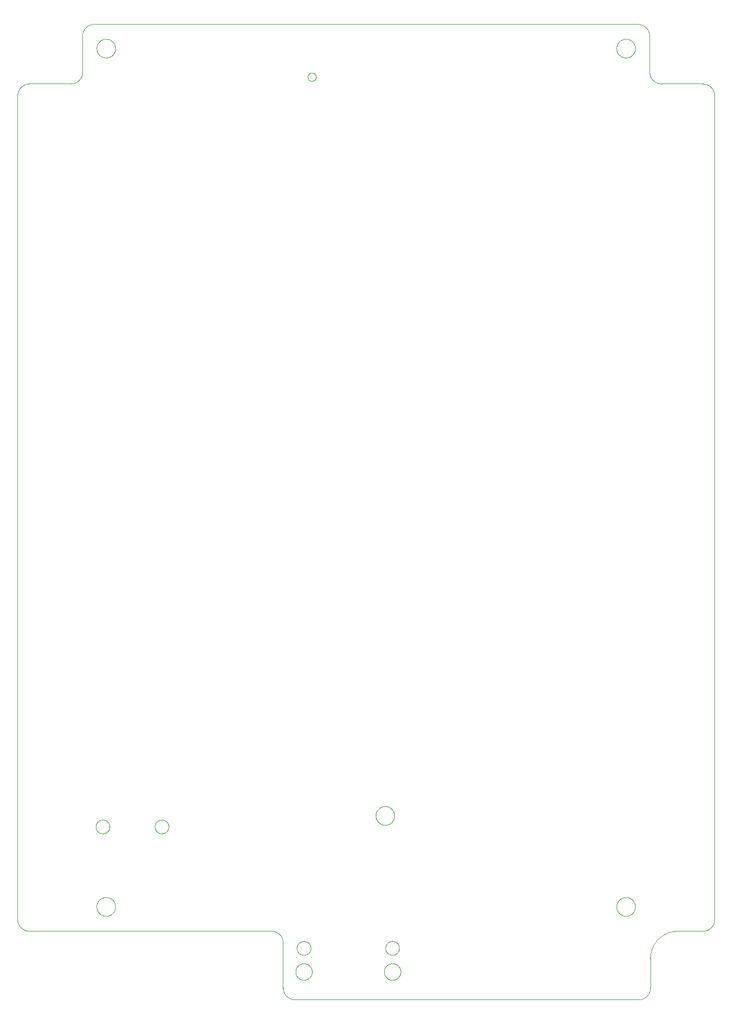
<source format=gbr>
G04 EAGLE Gerber RS-274X export*
G75*
%MOMM*%
%FSLAX34Y34*%
%LPD*%
%IN*%
%IPPOS*%
%AMOC8*
5,1,8,0,0,1.08239X$1,22.5*%
G01*
%ADD10C,0.001000*%


D10*
X1118314Y115980D02*
X1161128Y115980D01*
X1161128Y115918D02*
X1161142Y115920D01*
X1161155Y115924D01*
X1161167Y115932D01*
X1161177Y115942D01*
X1161185Y115954D01*
X1161189Y115967D01*
X1161191Y115981D01*
X1161189Y115995D01*
X1161185Y116008D01*
X1161177Y116020D01*
X1161167Y116030D01*
X1161155Y116038D01*
X1161142Y116042D01*
X1161128Y116044D01*
X1118314Y116044D02*
X1118300Y116042D01*
X1118287Y116038D01*
X1118275Y116030D01*
X1118265Y116020D01*
X1118257Y116008D01*
X1118253Y115995D01*
X1118251Y115981D01*
X1118253Y115967D01*
X1118257Y115954D01*
X1118265Y115942D01*
X1118275Y115932D01*
X1118287Y115924D01*
X1118300Y115920D01*
X1118314Y115918D01*
X1161128Y115980D02*
X1161611Y115986D01*
X1162094Y116003D01*
X1162577Y116033D01*
X1163058Y116073D01*
X1163539Y116126D01*
X1164018Y116190D01*
X1164495Y116265D01*
X1164971Y116353D01*
X1165444Y116451D01*
X1165914Y116561D01*
X1166382Y116682D01*
X1166847Y116815D01*
X1167308Y116959D01*
X1167766Y117114D01*
X1168220Y117280D01*
X1168670Y117457D01*
X1169115Y117644D01*
X1169556Y117843D01*
X1169992Y118051D01*
X1170422Y118271D01*
X1170848Y118501D01*
X1171267Y118741D01*
X1171681Y118991D01*
X1172088Y119251D01*
X1172489Y119520D01*
X1172884Y119800D01*
X1173271Y120088D01*
X1173652Y120387D01*
X1174025Y120694D01*
X1174390Y121010D01*
X1174748Y121335D01*
X1175098Y121668D01*
X1175440Y122010D01*
X1175773Y122360D01*
X1176098Y122718D01*
X1176414Y123083D01*
X1176721Y123456D01*
X1177020Y123837D01*
X1177308Y124224D01*
X1177588Y124619D01*
X1177857Y125020D01*
X1178117Y125427D01*
X1178367Y125841D01*
X1178607Y126260D01*
X1178837Y126686D01*
X1179057Y127116D01*
X1179265Y127552D01*
X1179464Y127993D01*
X1179651Y128438D01*
X1179828Y128888D01*
X1179994Y129342D01*
X1180149Y129800D01*
X1180293Y130261D01*
X1180426Y130726D01*
X1180547Y131194D01*
X1180657Y131664D01*
X1180755Y132137D01*
X1180843Y132613D01*
X1180918Y133090D01*
X1180982Y133569D01*
X1181035Y134050D01*
X1181075Y134531D01*
X1181105Y135014D01*
X1181122Y135497D01*
X1181128Y135980D01*
X1161128Y116044D02*
X1161114Y116042D01*
X1161101Y116038D01*
X1161089Y116030D01*
X1161079Y116020D01*
X1161071Y116008D01*
X1161067Y115995D01*
X1161065Y115981D01*
X1161067Y115967D01*
X1161071Y115954D01*
X1161079Y115942D01*
X1161089Y115932D01*
X1161101Y115924D01*
X1161114Y115920D01*
X1161128Y115918D01*
X1181066Y135980D02*
X1181068Y135994D01*
X1181072Y136007D01*
X1181080Y136019D01*
X1181090Y136029D01*
X1181102Y136037D01*
X1181115Y136041D01*
X1181129Y136043D01*
X1181143Y136041D01*
X1181156Y136037D01*
X1181168Y136029D01*
X1181178Y136019D01*
X1181186Y136007D01*
X1181190Y135994D01*
X1181192Y135980D01*
X1181128Y135980D02*
X1181128Y1530000D01*
X1181066Y1530000D02*
X1181068Y1530014D01*
X1181072Y1530027D01*
X1181080Y1530039D01*
X1181090Y1530049D01*
X1181102Y1530057D01*
X1181115Y1530061D01*
X1181129Y1530063D01*
X1181143Y1530061D01*
X1181156Y1530057D01*
X1181168Y1530049D01*
X1181178Y1530039D01*
X1181186Y1530027D01*
X1181190Y1530014D01*
X1181192Y1530000D01*
X1181066Y135980D02*
X1181068Y135966D01*
X1181072Y135953D01*
X1181080Y135941D01*
X1181090Y135931D01*
X1181102Y135923D01*
X1181115Y135919D01*
X1181129Y135917D01*
X1181143Y135919D01*
X1181156Y135923D01*
X1181168Y135931D01*
X1181178Y135941D01*
X1181186Y135953D01*
X1181190Y135966D01*
X1181192Y135980D01*
X1181128Y1530000D02*
X1181122Y1530483D01*
X1181105Y1530966D01*
X1181075Y1531449D01*
X1181035Y1531930D01*
X1180982Y1532411D01*
X1180918Y1532890D01*
X1180843Y1533367D01*
X1180755Y1533843D01*
X1180657Y1534316D01*
X1180547Y1534786D01*
X1180426Y1535254D01*
X1180293Y1535719D01*
X1180149Y1536180D01*
X1179994Y1536638D01*
X1179828Y1537092D01*
X1179651Y1537542D01*
X1179464Y1537987D01*
X1179265Y1538428D01*
X1179057Y1538864D01*
X1178837Y1539294D01*
X1178607Y1539720D01*
X1178367Y1540139D01*
X1178117Y1540553D01*
X1177857Y1540960D01*
X1177588Y1541361D01*
X1177308Y1541756D01*
X1177020Y1542143D01*
X1176721Y1542524D01*
X1176414Y1542897D01*
X1176098Y1543262D01*
X1175773Y1543620D01*
X1175440Y1543970D01*
X1175098Y1544312D01*
X1174748Y1544645D01*
X1174390Y1544970D01*
X1174025Y1545286D01*
X1173652Y1545593D01*
X1173271Y1545892D01*
X1172884Y1546180D01*
X1172489Y1546460D01*
X1172088Y1546729D01*
X1171681Y1546989D01*
X1171267Y1547239D01*
X1170848Y1547479D01*
X1170422Y1547709D01*
X1169992Y1547929D01*
X1169556Y1548137D01*
X1169115Y1548336D01*
X1168670Y1548523D01*
X1168220Y1548700D01*
X1167766Y1548866D01*
X1167308Y1549021D01*
X1166847Y1549165D01*
X1166382Y1549298D01*
X1165914Y1549419D01*
X1165444Y1549529D01*
X1164971Y1549627D01*
X1164495Y1549715D01*
X1164018Y1549790D01*
X1163539Y1549854D01*
X1163058Y1549907D01*
X1162577Y1549947D01*
X1162094Y1549977D01*
X1161611Y1549994D01*
X1161128Y1550000D01*
X1181066Y1530000D02*
X1181068Y1529986D01*
X1181072Y1529973D01*
X1181080Y1529961D01*
X1181090Y1529951D01*
X1181102Y1529943D01*
X1181115Y1529939D01*
X1181129Y1529937D01*
X1181143Y1529939D01*
X1181156Y1529943D01*
X1181168Y1529951D01*
X1181178Y1529961D01*
X1181186Y1529973D01*
X1181190Y1529986D01*
X1181192Y1530000D01*
X1161128Y1549938D02*
X1161113Y1549940D01*
X1161099Y1549945D01*
X1161087Y1549954D01*
X1161077Y1549965D01*
X1161070Y1549978D01*
X1161066Y1549993D01*
X1161066Y1550007D01*
X1161070Y1550022D01*
X1161077Y1550035D01*
X1161087Y1550046D01*
X1161099Y1550055D01*
X1161113Y1550060D01*
X1161128Y1550062D01*
X1161128Y1550000D02*
X1091128Y1550000D01*
X1091128Y1550062D02*
X1091113Y1550060D01*
X1091099Y1550055D01*
X1091087Y1550046D01*
X1091077Y1550035D01*
X1091070Y1550022D01*
X1091066Y1550007D01*
X1091066Y1549993D01*
X1091070Y1549978D01*
X1091077Y1549965D01*
X1091087Y1549954D01*
X1091099Y1549945D01*
X1091113Y1549940D01*
X1091128Y1549938D01*
X1161128Y1549938D02*
X1161143Y1549940D01*
X1161157Y1549945D01*
X1161169Y1549954D01*
X1161179Y1549965D01*
X1161186Y1549978D01*
X1161190Y1549993D01*
X1161190Y1550007D01*
X1161186Y1550022D01*
X1161179Y1550035D01*
X1161169Y1550046D01*
X1161157Y1550055D01*
X1161143Y1550060D01*
X1161128Y1550062D01*
X1091128Y1550000D02*
X1090645Y1550006D01*
X1090162Y1550023D01*
X1089679Y1550053D01*
X1089198Y1550093D01*
X1088717Y1550146D01*
X1088238Y1550210D01*
X1087761Y1550285D01*
X1087285Y1550373D01*
X1086812Y1550471D01*
X1086342Y1550581D01*
X1085874Y1550702D01*
X1085409Y1550835D01*
X1084948Y1550979D01*
X1084490Y1551134D01*
X1084036Y1551300D01*
X1083586Y1551477D01*
X1083141Y1551664D01*
X1082700Y1551863D01*
X1082264Y1552071D01*
X1081834Y1552291D01*
X1081408Y1552521D01*
X1080989Y1552761D01*
X1080575Y1553011D01*
X1080168Y1553271D01*
X1079767Y1553540D01*
X1079372Y1553820D01*
X1078985Y1554108D01*
X1078604Y1554407D01*
X1078231Y1554714D01*
X1077866Y1555030D01*
X1077508Y1555355D01*
X1077158Y1555688D01*
X1076816Y1556030D01*
X1076483Y1556380D01*
X1076158Y1556738D01*
X1075842Y1557103D01*
X1075535Y1557476D01*
X1075236Y1557857D01*
X1074948Y1558244D01*
X1074668Y1558639D01*
X1074399Y1559040D01*
X1074139Y1559447D01*
X1073889Y1559861D01*
X1073649Y1560280D01*
X1073419Y1560706D01*
X1073199Y1561136D01*
X1072991Y1561572D01*
X1072792Y1562013D01*
X1072605Y1562458D01*
X1072428Y1562908D01*
X1072262Y1563362D01*
X1072107Y1563820D01*
X1071963Y1564281D01*
X1071830Y1564746D01*
X1071709Y1565214D01*
X1071599Y1565684D01*
X1071501Y1566157D01*
X1071413Y1566633D01*
X1071338Y1567110D01*
X1071274Y1567589D01*
X1071221Y1568070D01*
X1071181Y1568551D01*
X1071151Y1569034D01*
X1071134Y1569517D01*
X1071128Y1570000D01*
X1071066Y1570000D02*
X1071068Y1570014D01*
X1071072Y1570027D01*
X1071080Y1570039D01*
X1071090Y1570049D01*
X1071102Y1570057D01*
X1071115Y1570061D01*
X1071129Y1570063D01*
X1071143Y1570061D01*
X1071156Y1570057D01*
X1071168Y1570049D01*
X1071178Y1570039D01*
X1071186Y1570027D01*
X1071190Y1570014D01*
X1071192Y1570000D01*
X1091128Y1550062D02*
X1091143Y1550060D01*
X1091157Y1550055D01*
X1091169Y1550046D01*
X1091179Y1550035D01*
X1091186Y1550022D01*
X1091190Y1550007D01*
X1091190Y1549993D01*
X1091186Y1549978D01*
X1091179Y1549965D01*
X1091169Y1549954D01*
X1091157Y1549945D01*
X1091143Y1549940D01*
X1091128Y1549938D01*
X1071128Y1570000D02*
X1071128Y1630032D01*
X1071191Y1630032D02*
X1071189Y1630047D01*
X1071184Y1630061D01*
X1071175Y1630074D01*
X1071164Y1630084D01*
X1071151Y1630091D01*
X1071136Y1630094D01*
X1071121Y1630095D01*
X1071106Y1630091D01*
X1071093Y1630084D01*
X1071081Y1630074D01*
X1071073Y1630062D01*
X1071067Y1630048D01*
X1071065Y1630033D01*
X1071066Y1630034D02*
X1071066Y1630032D01*
X1071066Y1570000D02*
X1071068Y1569986D01*
X1071072Y1569973D01*
X1071080Y1569961D01*
X1071090Y1569951D01*
X1071102Y1569943D01*
X1071115Y1569939D01*
X1071129Y1569937D01*
X1071143Y1569939D01*
X1071156Y1569943D01*
X1071168Y1569951D01*
X1071178Y1569961D01*
X1071186Y1569973D01*
X1071190Y1569986D01*
X1071192Y1570000D01*
X1071128Y1630032D02*
X1071134Y1630534D01*
X1071127Y1631037D01*
X1071108Y1631539D01*
X1071077Y1632041D01*
X1071034Y1632541D01*
X1070978Y1633041D01*
X1070910Y1633539D01*
X1070830Y1634035D01*
X1070737Y1634529D01*
X1070633Y1635020D01*
X1070516Y1635509D01*
X1070388Y1635995D01*
X1070248Y1636478D01*
X1070095Y1636957D01*
X1069932Y1637432D01*
X1069756Y1637903D01*
X1069569Y1638369D01*
X1069371Y1638831D01*
X1069161Y1639288D01*
X1068941Y1639739D01*
X1068709Y1640185D01*
X1068466Y1640625D01*
X1068213Y1641059D01*
X1067949Y1641487D01*
X1067675Y1641908D01*
X1067390Y1642323D01*
X1067096Y1642730D01*
X1066791Y1643130D01*
X1066477Y1643522D01*
X1066153Y1643906D01*
X1065820Y1644282D01*
X1065478Y1644651D01*
X1065127Y1645010D01*
X1064767Y1645361D01*
X1064399Y1645703D01*
X1064022Y1646036D01*
X1063638Y1646359D01*
X1063245Y1646673D01*
X1062845Y1646977D01*
X1062438Y1647271D01*
X1062023Y1647556D01*
X1061602Y1647830D01*
X1061174Y1648093D01*
X1060740Y1648346D01*
X1060300Y1648588D01*
X1059853Y1648820D01*
X1059402Y1649040D01*
X1058945Y1649249D01*
X1058483Y1649447D01*
X1058016Y1649634D01*
X1057545Y1649809D01*
X1057070Y1649972D01*
X1056591Y1650124D01*
X1056108Y1650264D01*
X1055622Y1650392D01*
X1055133Y1650508D01*
X1054642Y1650612D01*
X1054148Y1650704D01*
X1053651Y1650784D01*
X1053153Y1650852D01*
X1052654Y1650907D01*
X1052153Y1650950D01*
X1051652Y1650981D01*
X1051149Y1651000D01*
X1071066Y1630034D02*
X1071067Y1630019D01*
X1071072Y1630006D01*
X1071079Y1629994D01*
X1071089Y1629984D01*
X1071100Y1629976D01*
X1071114Y1629971D01*
X1071127Y1629969D01*
X1071142Y1629970D01*
X1071155Y1629975D01*
X1071167Y1629982D01*
X1071177Y1629992D01*
X1071185Y1630003D01*
X1071190Y1630017D01*
X1071192Y1630030D01*
X1051149Y1650938D02*
X1051134Y1650940D01*
X1051120Y1650946D01*
X1051108Y1650955D01*
X1051098Y1650966D01*
X1051092Y1650979D01*
X1051088Y1650994D01*
X1051089Y1651009D01*
X1051093Y1651023D01*
X1051100Y1651036D01*
X1051110Y1651047D01*
X1051123Y1651056D01*
X1051137Y1651061D01*
X1051151Y1651062D01*
X1051149Y1651000D02*
X130021Y1651000D01*
X130021Y1651062D02*
X130006Y1651060D01*
X129992Y1651055D01*
X129980Y1651046D01*
X129970Y1651035D01*
X129963Y1651022D01*
X129959Y1651007D01*
X129959Y1650993D01*
X129963Y1650978D01*
X129970Y1650965D01*
X129980Y1650954D01*
X129992Y1650945D01*
X130006Y1650940D01*
X130021Y1650938D01*
X1051149Y1650938D02*
X1051164Y1650940D01*
X1051178Y1650945D01*
X1051190Y1650954D01*
X1051200Y1650965D01*
X1051207Y1650978D01*
X1051211Y1650993D01*
X1051211Y1651007D01*
X1051207Y1651022D01*
X1051200Y1651035D01*
X1051190Y1651046D01*
X1051178Y1651055D01*
X1051164Y1651060D01*
X1051149Y1651062D01*
X130021Y1651000D02*
X129538Y1650995D01*
X129054Y1650978D01*
X128572Y1650949D01*
X128090Y1650909D01*
X127609Y1650857D01*
X127129Y1650794D01*
X126651Y1650719D01*
X126176Y1650632D01*
X125702Y1650534D01*
X125231Y1650425D01*
X124762Y1650304D01*
X124297Y1650171D01*
X123835Y1650028D01*
X123377Y1649874D01*
X122922Y1649708D01*
X122472Y1649531D01*
X122026Y1649344D01*
X121585Y1649146D01*
X121149Y1648937D01*
X120717Y1648718D01*
X120292Y1648489D01*
X119872Y1648249D01*
X119458Y1647999D01*
X119050Y1647739D01*
X118648Y1647469D01*
X118253Y1647190D01*
X117865Y1646901D01*
X117484Y1646603D01*
X117111Y1646296D01*
X116744Y1645980D01*
X116386Y1645655D01*
X116036Y1645322D01*
X115694Y1644980D01*
X115360Y1644630D01*
X115034Y1644272D01*
X114718Y1643906D01*
X114410Y1643533D01*
X114112Y1643152D01*
X113823Y1642765D01*
X113543Y1642370D01*
X113273Y1641969D01*
X113013Y1641561D01*
X112762Y1641147D01*
X112522Y1640727D01*
X112292Y1640302D01*
X112072Y1639871D01*
X111863Y1639435D01*
X111665Y1638994D01*
X111477Y1638548D01*
X111300Y1638098D01*
X111134Y1637644D01*
X110979Y1637186D01*
X110835Y1636724D01*
X110702Y1636259D01*
X110581Y1635791D01*
X110471Y1635320D01*
X110372Y1634846D01*
X110285Y1634370D01*
X110209Y1633893D01*
X110145Y1633413D01*
X110093Y1632932D01*
X110052Y1632450D01*
X110023Y1631968D01*
X110006Y1631484D01*
X110000Y1631001D01*
X130021Y1650938D02*
X130036Y1650940D01*
X130050Y1650945D01*
X130062Y1650954D01*
X130072Y1650965D01*
X130079Y1650978D01*
X130083Y1650993D01*
X130083Y1651007D01*
X130079Y1651022D01*
X130072Y1651035D01*
X130062Y1651046D01*
X130050Y1651055D01*
X130036Y1651060D01*
X130021Y1651062D01*
X110062Y1631001D02*
X110060Y1630986D01*
X110055Y1630972D01*
X110046Y1630960D01*
X110035Y1630950D01*
X110022Y1630943D01*
X110007Y1630939D01*
X109993Y1630939D01*
X109978Y1630943D01*
X109965Y1630950D01*
X109954Y1630960D01*
X109945Y1630972D01*
X109940Y1630986D01*
X109938Y1631001D01*
X110000Y1631001D02*
X110000Y1570000D01*
X109938Y1570000D02*
X109940Y1569985D01*
X109945Y1569971D01*
X109954Y1569959D01*
X109965Y1569949D01*
X109978Y1569942D01*
X109993Y1569938D01*
X110007Y1569938D01*
X110022Y1569942D01*
X110035Y1569949D01*
X110046Y1569959D01*
X110055Y1569971D01*
X110060Y1569985D01*
X110062Y1570000D01*
X110062Y1631001D02*
X110060Y1631016D01*
X110055Y1631030D01*
X110046Y1631042D01*
X110035Y1631052D01*
X110022Y1631059D01*
X110007Y1631063D01*
X109993Y1631063D01*
X109978Y1631059D01*
X109965Y1631052D01*
X109954Y1631042D01*
X109945Y1631030D01*
X109940Y1631016D01*
X109938Y1631001D01*
X110000Y1570000D02*
X109994Y1569517D01*
X109977Y1569034D01*
X109947Y1568551D01*
X109907Y1568070D01*
X109854Y1567589D01*
X109790Y1567110D01*
X109715Y1566633D01*
X109627Y1566157D01*
X109529Y1565684D01*
X109419Y1565214D01*
X109298Y1564746D01*
X109165Y1564281D01*
X109021Y1563820D01*
X108866Y1563362D01*
X108700Y1562908D01*
X108523Y1562458D01*
X108336Y1562013D01*
X108137Y1561572D01*
X107929Y1561136D01*
X107709Y1560706D01*
X107479Y1560280D01*
X107239Y1559861D01*
X106989Y1559447D01*
X106729Y1559040D01*
X106460Y1558639D01*
X106180Y1558244D01*
X105892Y1557857D01*
X105593Y1557476D01*
X105286Y1557103D01*
X104970Y1556738D01*
X104645Y1556380D01*
X104312Y1556030D01*
X103970Y1555688D01*
X103620Y1555355D01*
X103262Y1555030D01*
X102897Y1554714D01*
X102524Y1554407D01*
X102143Y1554108D01*
X101756Y1553820D01*
X101361Y1553540D01*
X100960Y1553271D01*
X100553Y1553011D01*
X100139Y1552761D01*
X99720Y1552521D01*
X99294Y1552291D01*
X98864Y1552071D01*
X98428Y1551863D01*
X97987Y1551664D01*
X97542Y1551477D01*
X97092Y1551300D01*
X96638Y1551134D01*
X96180Y1550979D01*
X95719Y1550835D01*
X95254Y1550702D01*
X94786Y1550581D01*
X94316Y1550471D01*
X93843Y1550373D01*
X93367Y1550285D01*
X92890Y1550210D01*
X92411Y1550146D01*
X91930Y1550093D01*
X91449Y1550053D01*
X90966Y1550023D01*
X90483Y1550006D01*
X90000Y1550000D01*
X90000Y1550062D02*
X89985Y1550060D01*
X89971Y1550055D01*
X89959Y1550046D01*
X89949Y1550035D01*
X89942Y1550022D01*
X89938Y1550007D01*
X89938Y1549993D01*
X89942Y1549978D01*
X89949Y1549965D01*
X89959Y1549954D01*
X89971Y1549945D01*
X89985Y1549940D01*
X90000Y1549938D01*
X109938Y1570000D02*
X109940Y1570015D01*
X109945Y1570029D01*
X109954Y1570041D01*
X109965Y1570051D01*
X109978Y1570058D01*
X109993Y1570062D01*
X110007Y1570062D01*
X110022Y1570058D01*
X110035Y1570051D01*
X110046Y1570041D01*
X110055Y1570029D01*
X110060Y1570015D01*
X110062Y1570000D01*
X90000Y1550000D02*
X20000Y1550000D01*
X20000Y1550062D02*
X19985Y1550060D01*
X19971Y1550055D01*
X19959Y1550046D01*
X19949Y1550035D01*
X19942Y1550022D01*
X19938Y1550007D01*
X19938Y1549993D01*
X19942Y1549978D01*
X19949Y1549965D01*
X19959Y1549954D01*
X19971Y1549945D01*
X19985Y1549940D01*
X20000Y1549938D01*
X90000Y1549938D02*
X90015Y1549940D01*
X90029Y1549945D01*
X90041Y1549954D01*
X90051Y1549965D01*
X90058Y1549978D01*
X90062Y1549993D01*
X90062Y1550007D01*
X90058Y1550022D01*
X90051Y1550035D01*
X90041Y1550046D01*
X90029Y1550055D01*
X90015Y1550060D01*
X90000Y1550062D01*
X20000Y1550000D02*
X19517Y1549994D01*
X19034Y1549977D01*
X18551Y1549947D01*
X18070Y1549907D01*
X17589Y1549854D01*
X17110Y1549790D01*
X16633Y1549715D01*
X16157Y1549627D01*
X15684Y1549529D01*
X15214Y1549419D01*
X14746Y1549298D01*
X14281Y1549165D01*
X13820Y1549021D01*
X13362Y1548866D01*
X12908Y1548700D01*
X12458Y1548523D01*
X12013Y1548336D01*
X11572Y1548137D01*
X11136Y1547929D01*
X10706Y1547709D01*
X10280Y1547479D01*
X9861Y1547239D01*
X9447Y1546989D01*
X9040Y1546729D01*
X8639Y1546460D01*
X8244Y1546180D01*
X7857Y1545892D01*
X7476Y1545593D01*
X7103Y1545286D01*
X6738Y1544970D01*
X6380Y1544645D01*
X6030Y1544312D01*
X5688Y1543970D01*
X5355Y1543620D01*
X5030Y1543262D01*
X4714Y1542897D01*
X4407Y1542524D01*
X4108Y1542143D01*
X3820Y1541756D01*
X3540Y1541361D01*
X3271Y1540960D01*
X3011Y1540553D01*
X2761Y1540139D01*
X2521Y1539720D01*
X2291Y1539294D01*
X2071Y1538864D01*
X1863Y1538428D01*
X1664Y1537987D01*
X1477Y1537542D01*
X1300Y1537092D01*
X1134Y1536638D01*
X979Y1536180D01*
X835Y1535719D01*
X702Y1535254D01*
X581Y1534786D01*
X471Y1534316D01*
X373Y1533843D01*
X285Y1533367D01*
X210Y1532890D01*
X146Y1532411D01*
X93Y1531930D01*
X53Y1531449D01*
X23Y1530966D01*
X6Y1530483D01*
X0Y1530000D01*
X20000Y1549938D02*
X20015Y1549940D01*
X20029Y1549945D01*
X20041Y1549954D01*
X20051Y1549965D01*
X20058Y1549978D01*
X20062Y1549993D01*
X20062Y1550007D01*
X20058Y1550022D01*
X20051Y1550035D01*
X20041Y1550046D01*
X20029Y1550055D01*
X20015Y1550060D01*
X20000Y1550062D01*
X63Y1530000D02*
X61Y1529986D01*
X57Y1529973D01*
X49Y1529961D01*
X39Y1529951D01*
X27Y1529943D01*
X14Y1529939D01*
X0Y1529937D01*
X-14Y1529939D01*
X-27Y1529943D01*
X-39Y1529951D01*
X-49Y1529961D01*
X-57Y1529973D01*
X-61Y1529986D01*
X-63Y1530000D01*
X0Y1530000D02*
X0Y136000D01*
X-63Y136000D02*
X-61Y135986D01*
X-57Y135973D01*
X-49Y135961D01*
X-39Y135951D01*
X-27Y135943D01*
X-14Y135939D01*
X0Y135937D01*
X14Y135939D01*
X27Y135943D01*
X39Y135951D01*
X49Y135961D01*
X57Y135973D01*
X61Y135986D01*
X63Y136000D01*
X63Y1530000D02*
X61Y1530014D01*
X57Y1530027D01*
X49Y1530039D01*
X39Y1530049D01*
X27Y1530057D01*
X14Y1530061D01*
X0Y1530063D01*
X-14Y1530061D01*
X-27Y1530057D01*
X-39Y1530049D01*
X-49Y1530039D01*
X-57Y1530027D01*
X-61Y1530014D01*
X-63Y1530000D01*
X0Y136000D02*
X6Y135517D01*
X23Y135034D01*
X53Y134551D01*
X93Y134070D01*
X146Y133589D01*
X210Y133110D01*
X285Y132633D01*
X373Y132157D01*
X471Y131684D01*
X581Y131214D01*
X702Y130746D01*
X835Y130281D01*
X979Y129820D01*
X1134Y129362D01*
X1300Y128908D01*
X1477Y128458D01*
X1664Y128013D01*
X1863Y127572D01*
X2071Y127136D01*
X2291Y126706D01*
X2521Y126280D01*
X2761Y125861D01*
X3011Y125447D01*
X3271Y125040D01*
X3540Y124639D01*
X3820Y124244D01*
X4108Y123857D01*
X4407Y123476D01*
X4714Y123103D01*
X5030Y122738D01*
X5355Y122380D01*
X5688Y122030D01*
X6030Y121688D01*
X6380Y121355D01*
X6738Y121030D01*
X7103Y120714D01*
X7476Y120407D01*
X7857Y120108D01*
X8244Y119820D01*
X8639Y119540D01*
X9040Y119271D01*
X9447Y119011D01*
X9861Y118761D01*
X10280Y118521D01*
X10706Y118291D01*
X11136Y118071D01*
X11572Y117863D01*
X12013Y117664D01*
X12458Y117477D01*
X12908Y117300D01*
X13362Y117134D01*
X13820Y116979D01*
X14281Y116835D01*
X14746Y116702D01*
X15214Y116581D01*
X15684Y116471D01*
X16157Y116373D01*
X16633Y116285D01*
X17110Y116210D01*
X17589Y116146D01*
X18070Y116093D01*
X18551Y116053D01*
X19034Y116023D01*
X19517Y116006D01*
X20000Y116000D01*
X63Y136000D02*
X61Y136014D01*
X57Y136027D01*
X49Y136039D01*
X39Y136049D01*
X27Y136057D01*
X14Y136061D01*
X0Y136063D01*
X-14Y136061D01*
X-27Y136057D01*
X-39Y136049D01*
X-49Y136039D01*
X-57Y136027D01*
X-61Y136014D01*
X-63Y136000D01*
X20000Y116064D02*
X20014Y116062D01*
X20027Y116058D01*
X20039Y116050D01*
X20049Y116040D01*
X20057Y116028D01*
X20061Y116015D01*
X20063Y116001D01*
X20061Y115987D01*
X20057Y115974D01*
X20049Y115962D01*
X20039Y115952D01*
X20027Y115944D01*
X20014Y115940D01*
X20000Y115938D01*
X20000Y116000D02*
X430000Y116000D01*
X430000Y115938D02*
X430014Y115940D01*
X430027Y115944D01*
X430039Y115952D01*
X430049Y115962D01*
X430057Y115974D01*
X430061Y115987D01*
X430063Y116001D01*
X430061Y116015D01*
X430057Y116028D01*
X430049Y116040D01*
X430039Y116050D01*
X430027Y116058D01*
X430014Y116062D01*
X430000Y116064D01*
X20000Y116064D02*
X19986Y116062D01*
X19973Y116058D01*
X19961Y116050D01*
X19951Y116040D01*
X19943Y116028D01*
X19939Y116015D01*
X19937Y116001D01*
X19939Y115987D01*
X19943Y115974D01*
X19951Y115962D01*
X19961Y115952D01*
X19973Y115944D01*
X19986Y115940D01*
X20000Y115938D01*
X430000Y116000D02*
X430483Y115994D01*
X430966Y115977D01*
X431449Y115947D01*
X431930Y115907D01*
X432411Y115854D01*
X432890Y115790D01*
X433367Y115715D01*
X433843Y115627D01*
X434316Y115529D01*
X434786Y115419D01*
X435254Y115298D01*
X435719Y115165D01*
X436180Y115021D01*
X436638Y114866D01*
X437092Y114700D01*
X437542Y114523D01*
X437987Y114336D01*
X438428Y114137D01*
X438864Y113929D01*
X439294Y113709D01*
X439720Y113479D01*
X440139Y113239D01*
X440553Y112989D01*
X440960Y112729D01*
X441361Y112460D01*
X441756Y112180D01*
X442143Y111892D01*
X442524Y111593D01*
X442897Y111286D01*
X443262Y110970D01*
X443620Y110645D01*
X443970Y110312D01*
X444312Y109970D01*
X444645Y109620D01*
X444970Y109262D01*
X445286Y108897D01*
X445593Y108524D01*
X445892Y108143D01*
X446180Y107756D01*
X446460Y107361D01*
X446729Y106960D01*
X446989Y106553D01*
X447239Y106139D01*
X447479Y105720D01*
X447709Y105294D01*
X447929Y104864D01*
X448137Y104428D01*
X448336Y103987D01*
X448523Y103542D01*
X448700Y103092D01*
X448866Y102638D01*
X449021Y102180D01*
X449165Y101719D01*
X449298Y101254D01*
X449419Y100786D01*
X449529Y100316D01*
X449627Y99843D01*
X449715Y99367D01*
X449790Y98890D01*
X449854Y98411D01*
X449907Y97930D01*
X449947Y97449D01*
X449977Y96966D01*
X449994Y96483D01*
X450000Y96000D01*
X449937Y96000D02*
X449939Y95986D01*
X449943Y95973D01*
X449951Y95961D01*
X449961Y95951D01*
X449973Y95943D01*
X449986Y95939D01*
X450000Y95937D01*
X450014Y95939D01*
X450027Y95943D01*
X450039Y95951D01*
X450049Y95961D01*
X450057Y95973D01*
X450061Y95986D01*
X450063Y96000D01*
X430000Y115938D02*
X429986Y115940D01*
X429973Y115944D01*
X429961Y115952D01*
X429951Y115962D01*
X429943Y115974D01*
X429939Y115987D01*
X429937Y116001D01*
X429939Y116015D01*
X429943Y116028D01*
X429951Y116040D01*
X429961Y116050D01*
X429973Y116058D01*
X429986Y116062D01*
X430000Y116064D01*
X450000Y96000D02*
X450000Y20000D01*
X449937Y20000D02*
X449939Y19986D01*
X449943Y19973D01*
X449951Y19961D01*
X449961Y19951D01*
X449973Y19943D01*
X449986Y19939D01*
X450000Y19937D01*
X450014Y19939D01*
X450027Y19943D01*
X450039Y19951D01*
X450049Y19961D01*
X450057Y19973D01*
X450061Y19986D01*
X450063Y20000D01*
X450063Y96000D02*
X450061Y96014D01*
X450057Y96027D01*
X450049Y96039D01*
X450039Y96049D01*
X450027Y96057D01*
X450014Y96061D01*
X450000Y96063D01*
X449986Y96061D01*
X449973Y96057D01*
X449961Y96049D01*
X449951Y96039D01*
X449943Y96027D01*
X449939Y96014D01*
X449937Y96000D01*
X450000Y20000D02*
X450006Y19517D01*
X450023Y19034D01*
X450053Y18551D01*
X450093Y18070D01*
X450146Y17589D01*
X450210Y17110D01*
X450285Y16633D01*
X450373Y16157D01*
X450471Y15684D01*
X450581Y15214D01*
X450702Y14746D01*
X450835Y14281D01*
X450979Y13820D01*
X451134Y13362D01*
X451300Y12908D01*
X451477Y12458D01*
X451664Y12013D01*
X451863Y11572D01*
X452071Y11136D01*
X452291Y10706D01*
X452521Y10280D01*
X452761Y9861D01*
X453011Y9447D01*
X453271Y9040D01*
X453540Y8639D01*
X453820Y8244D01*
X454108Y7857D01*
X454407Y7476D01*
X454714Y7103D01*
X455030Y6738D01*
X455355Y6380D01*
X455688Y6030D01*
X456030Y5688D01*
X456380Y5355D01*
X456738Y5030D01*
X457103Y4714D01*
X457476Y4407D01*
X457857Y4108D01*
X458244Y3820D01*
X458639Y3540D01*
X459040Y3271D01*
X459447Y3011D01*
X459861Y2761D01*
X460280Y2521D01*
X460706Y2291D01*
X461136Y2071D01*
X461572Y1863D01*
X462013Y1664D01*
X462458Y1477D01*
X462908Y1300D01*
X463362Y1134D01*
X463820Y979D01*
X464281Y835D01*
X464746Y702D01*
X465214Y581D01*
X465684Y471D01*
X466157Y373D01*
X466633Y285D01*
X467110Y210D01*
X467589Y146D01*
X468070Y93D01*
X468551Y53D01*
X469034Y23D01*
X469517Y6D01*
X470000Y0D01*
X450063Y20000D02*
X450061Y20014D01*
X450057Y20027D01*
X450049Y20039D01*
X450039Y20049D01*
X450027Y20057D01*
X450014Y20061D01*
X450000Y20063D01*
X449986Y20061D01*
X449973Y20057D01*
X449961Y20049D01*
X449951Y20039D01*
X449943Y20027D01*
X449939Y20014D01*
X449937Y20000D01*
X470000Y63D02*
X470014Y61D01*
X470027Y57D01*
X470039Y49D01*
X470049Y39D01*
X470057Y27D01*
X470061Y14D01*
X470063Y0D01*
X470061Y-14D01*
X470057Y-27D01*
X470049Y-39D01*
X470039Y-49D01*
X470027Y-57D01*
X470014Y-61D01*
X470000Y-63D01*
X470000Y0D02*
X1052340Y0D01*
X1052340Y-63D02*
X1052354Y-61D01*
X1052367Y-57D01*
X1052379Y-49D01*
X1052389Y-39D01*
X1052397Y-27D01*
X1052401Y-14D01*
X1052403Y0D01*
X1052401Y14D01*
X1052397Y27D01*
X1052389Y39D01*
X1052379Y49D01*
X1052367Y57D01*
X1052354Y61D01*
X1052340Y63D01*
X470000Y63D02*
X469986Y61D01*
X469973Y57D01*
X469961Y49D01*
X469951Y39D01*
X469943Y27D01*
X469939Y14D01*
X469937Y0D01*
X469939Y-14D01*
X469943Y-27D01*
X469951Y-39D01*
X469961Y-49D01*
X469973Y-57D01*
X469986Y-61D01*
X470000Y-63D01*
X1052340Y0D02*
X1052823Y6D01*
X1053306Y23D01*
X1053789Y53D01*
X1054270Y93D01*
X1054751Y146D01*
X1055230Y210D01*
X1055707Y285D01*
X1056183Y373D01*
X1056656Y471D01*
X1057126Y581D01*
X1057594Y702D01*
X1058059Y835D01*
X1058520Y979D01*
X1058978Y1134D01*
X1059432Y1300D01*
X1059882Y1477D01*
X1060327Y1664D01*
X1060768Y1863D01*
X1061204Y2071D01*
X1061634Y2291D01*
X1062060Y2521D01*
X1062479Y2761D01*
X1062893Y3011D01*
X1063300Y3271D01*
X1063701Y3540D01*
X1064096Y3820D01*
X1064483Y4108D01*
X1064864Y4407D01*
X1065237Y4714D01*
X1065602Y5030D01*
X1065960Y5355D01*
X1066310Y5688D01*
X1066652Y6030D01*
X1066985Y6380D01*
X1067310Y6738D01*
X1067626Y7103D01*
X1067933Y7476D01*
X1068232Y7857D01*
X1068520Y8244D01*
X1068800Y8639D01*
X1069069Y9040D01*
X1069329Y9447D01*
X1069579Y9861D01*
X1069819Y10280D01*
X1070049Y10706D01*
X1070269Y11136D01*
X1070477Y11572D01*
X1070676Y12013D01*
X1070863Y12458D01*
X1071040Y12908D01*
X1071206Y13362D01*
X1071361Y13820D01*
X1071505Y14281D01*
X1071638Y14746D01*
X1071759Y15214D01*
X1071869Y15684D01*
X1071967Y16157D01*
X1072055Y16633D01*
X1072130Y17110D01*
X1072194Y17589D01*
X1072247Y18070D01*
X1072287Y18551D01*
X1072317Y19034D01*
X1072334Y19517D01*
X1072340Y20000D01*
X1052340Y63D02*
X1052326Y61D01*
X1052313Y57D01*
X1052301Y49D01*
X1052291Y39D01*
X1052283Y27D01*
X1052279Y14D01*
X1052277Y0D01*
X1052279Y-14D01*
X1052283Y-27D01*
X1052291Y-39D01*
X1052301Y-49D01*
X1052313Y-57D01*
X1052326Y-61D01*
X1052340Y-63D01*
X1072278Y20000D02*
X1072280Y20014D01*
X1072284Y20027D01*
X1072292Y20039D01*
X1072302Y20049D01*
X1072314Y20057D01*
X1072327Y20061D01*
X1072341Y20063D01*
X1072355Y20061D01*
X1072368Y20057D01*
X1072380Y20049D01*
X1072390Y20039D01*
X1072398Y20027D01*
X1072402Y20014D01*
X1072404Y20000D01*
X1072340Y20000D02*
X1072340Y70006D01*
X1072278Y70006D02*
X1072280Y70020D01*
X1072284Y70033D01*
X1072292Y70045D01*
X1072302Y70055D01*
X1072314Y70063D01*
X1072327Y70067D01*
X1072341Y70069D01*
X1072355Y70067D01*
X1072368Y70063D01*
X1072380Y70055D01*
X1072390Y70045D01*
X1072398Y70033D01*
X1072402Y70020D01*
X1072404Y70006D01*
X1072278Y20000D02*
X1072280Y19986D01*
X1072284Y19973D01*
X1072292Y19961D01*
X1072302Y19951D01*
X1072314Y19943D01*
X1072327Y19939D01*
X1072341Y19937D01*
X1072355Y19939D01*
X1072368Y19943D01*
X1072380Y19951D01*
X1072390Y19961D01*
X1072398Y19973D01*
X1072402Y19986D01*
X1072404Y20000D01*
X1072340Y70006D02*
X1072353Y71117D01*
X1072394Y72227D01*
X1072461Y73336D01*
X1072555Y74443D01*
X1072675Y75548D01*
X1072822Y76649D01*
X1072996Y77746D01*
X1073196Y78839D01*
X1073423Y79926D01*
X1073676Y81008D01*
X1073955Y82084D01*
X1074260Y83152D01*
X1074590Y84213D01*
X1074946Y85265D01*
X1075328Y86309D01*
X1075734Y87343D01*
X1076165Y88366D01*
X1076621Y89379D01*
X1077102Y90381D01*
X1077606Y91371D01*
X1078134Y92349D01*
X1078686Y93313D01*
X1079261Y94264D01*
X1079858Y95200D01*
X1080478Y96122D01*
X1081120Y97029D01*
X1081784Y97920D01*
X1082469Y98794D01*
X1083175Y99652D01*
X1083902Y100492D01*
X1084649Y101315D01*
X1085415Y102119D01*
X1086201Y102905D01*
X1087005Y103671D01*
X1087828Y104418D01*
X1088668Y105145D01*
X1089526Y105851D01*
X1090400Y106536D01*
X1091291Y107200D01*
X1092198Y107842D01*
X1093120Y108462D01*
X1094056Y109059D01*
X1095007Y109634D01*
X1095971Y110186D01*
X1096949Y110714D01*
X1097939Y111218D01*
X1098941Y111699D01*
X1099954Y112155D01*
X1100977Y112586D01*
X1102011Y112992D01*
X1103055Y113374D01*
X1104107Y113730D01*
X1105168Y114060D01*
X1106236Y114365D01*
X1107312Y114644D01*
X1108394Y114897D01*
X1109481Y115124D01*
X1110574Y115324D01*
X1111671Y115498D01*
X1112772Y115645D01*
X1113877Y115765D01*
X1114984Y115859D01*
X1116093Y115926D01*
X1117203Y115967D01*
X1118314Y115980D01*
X1118314Y115918D02*
X1118328Y115920D01*
X1118341Y115924D01*
X1118353Y115932D01*
X1118363Y115942D01*
X1118371Y115954D01*
X1118375Y115967D01*
X1118377Y115981D01*
X1118375Y115995D01*
X1118371Y116008D01*
X1118363Y116020D01*
X1118353Y116030D01*
X1118341Y116038D01*
X1118328Y116042D01*
X1118314Y116044D01*
X1072404Y70006D02*
X1072402Y69992D01*
X1072398Y69979D01*
X1072390Y69967D01*
X1072380Y69957D01*
X1072368Y69949D01*
X1072355Y69945D01*
X1072341Y69943D01*
X1072327Y69945D01*
X1072314Y69949D01*
X1072302Y69957D01*
X1072292Y69967D01*
X1072284Y69979D01*
X1072280Y69992D01*
X1072278Y70006D01*
X150033Y141350D02*
X150420Y141355D01*
X150806Y141369D01*
X151192Y141392D01*
X151577Y141425D01*
X151961Y141468D01*
X152344Y141519D01*
X152726Y141580D01*
X153106Y141650D01*
X153485Y141730D01*
X153861Y141818D01*
X154235Y141916D01*
X154607Y142023D01*
X154975Y142139D01*
X155341Y142264D01*
X155704Y142397D01*
X156063Y142540D01*
X156419Y142691D01*
X156771Y142851D01*
X157119Y143019D01*
X157463Y143196D01*
X157803Y143381D01*
X158137Y143575D01*
X158467Y143776D01*
X158792Y143985D01*
X159112Y144203D01*
X159427Y144427D01*
X159735Y144660D01*
X160038Y144900D01*
X160336Y145147D01*
X160627Y145402D01*
X160911Y145663D01*
X161190Y145932D01*
X161461Y146207D01*
X161726Y146488D01*
X161984Y146776D01*
X162235Y147070D01*
X162479Y147370D01*
X162715Y147676D01*
X162944Y147988D01*
X163165Y148305D01*
X163378Y148628D01*
X163584Y148955D01*
X163781Y149288D01*
X163970Y149625D01*
X164151Y149966D01*
X164324Y150312D01*
X164488Y150662D01*
X164643Y151016D01*
X164790Y151374D01*
X164928Y151735D01*
X165058Y152099D01*
X165178Y152467D01*
X165289Y152837D01*
X165392Y153210D01*
X165485Y153585D01*
X165569Y153962D01*
X165644Y154342D01*
X165710Y154723D01*
X165766Y155105D01*
X165813Y155489D01*
X165850Y155874D01*
X165879Y156259D01*
X165897Y156645D01*
X165907Y157032D01*
X165907Y157418D01*
X165897Y157805D01*
X165879Y158191D01*
X165850Y158576D01*
X165813Y158961D01*
X165766Y159345D01*
X165710Y159727D01*
X165644Y160108D01*
X165569Y160488D01*
X165485Y160865D01*
X165392Y161240D01*
X165289Y161613D01*
X165178Y161983D01*
X165058Y162351D01*
X164928Y162715D01*
X164790Y163076D01*
X164643Y163434D01*
X164488Y163788D01*
X164324Y164138D01*
X164151Y164484D01*
X163970Y164825D01*
X163781Y165163D01*
X163584Y165495D01*
X163378Y165822D01*
X163165Y166145D01*
X162944Y166462D01*
X162715Y166774D01*
X162479Y167080D01*
X162235Y167380D01*
X161984Y167674D01*
X161726Y167962D01*
X161461Y168243D01*
X161190Y168518D01*
X160911Y168787D01*
X160627Y169048D01*
X160336Y169303D01*
X160038Y169550D01*
X159735Y169790D01*
X159427Y170023D01*
X159112Y170247D01*
X158792Y170465D01*
X158467Y170674D01*
X158137Y170875D01*
X157803Y171069D01*
X157463Y171254D01*
X157119Y171431D01*
X156771Y171599D01*
X156419Y171759D01*
X156063Y171910D01*
X155704Y172053D01*
X155341Y172186D01*
X154975Y172311D01*
X154607Y172427D01*
X154235Y172534D01*
X153861Y172632D01*
X153485Y172720D01*
X153106Y172800D01*
X152726Y172870D01*
X152344Y172931D01*
X151961Y172982D01*
X151577Y173025D01*
X151192Y173058D01*
X150806Y173081D01*
X150420Y173095D01*
X150033Y173100D01*
X149646Y173095D01*
X149260Y173081D01*
X148874Y173058D01*
X148489Y173025D01*
X148105Y172982D01*
X147722Y172931D01*
X147340Y172870D01*
X146960Y172800D01*
X146581Y172720D01*
X146205Y172632D01*
X145831Y172534D01*
X145459Y172427D01*
X145091Y172311D01*
X144725Y172186D01*
X144362Y172053D01*
X144003Y171910D01*
X143647Y171759D01*
X143295Y171599D01*
X142947Y171431D01*
X142603Y171254D01*
X142263Y171069D01*
X141929Y170875D01*
X141599Y170674D01*
X141274Y170465D01*
X140954Y170247D01*
X140639Y170023D01*
X140331Y169790D01*
X140028Y169550D01*
X139730Y169303D01*
X139439Y169048D01*
X139155Y168787D01*
X138876Y168518D01*
X138605Y168243D01*
X138340Y167962D01*
X138082Y167674D01*
X137831Y167380D01*
X137587Y167080D01*
X137351Y166774D01*
X137122Y166462D01*
X136901Y166145D01*
X136688Y165822D01*
X136482Y165495D01*
X136285Y165163D01*
X136096Y164825D01*
X135915Y164484D01*
X135742Y164138D01*
X135578Y163788D01*
X135423Y163434D01*
X135276Y163076D01*
X135138Y162715D01*
X135008Y162351D01*
X134888Y161983D01*
X134777Y161613D01*
X134674Y161240D01*
X134581Y160865D01*
X134497Y160488D01*
X134422Y160108D01*
X134356Y159727D01*
X134300Y159345D01*
X134253Y158961D01*
X134216Y158576D01*
X134187Y158191D01*
X134169Y157805D01*
X134159Y157418D01*
X134159Y157032D01*
X134169Y156645D01*
X134187Y156259D01*
X134216Y155874D01*
X134253Y155489D01*
X134300Y155105D01*
X134356Y154723D01*
X134422Y154342D01*
X134497Y153962D01*
X134581Y153585D01*
X134674Y153210D01*
X134777Y152837D01*
X134888Y152467D01*
X135008Y152099D01*
X135138Y151735D01*
X135276Y151374D01*
X135423Y151016D01*
X135578Y150662D01*
X135742Y150312D01*
X135915Y149966D01*
X136096Y149625D01*
X136285Y149287D01*
X136482Y148955D01*
X136688Y148628D01*
X136901Y148305D01*
X137122Y147988D01*
X137351Y147676D01*
X137587Y147370D01*
X137831Y147070D01*
X138082Y146776D01*
X138340Y146488D01*
X138605Y146207D01*
X138876Y145932D01*
X139155Y145663D01*
X139439Y145402D01*
X139730Y145147D01*
X140028Y144900D01*
X140331Y144660D01*
X140639Y144427D01*
X140954Y144203D01*
X141274Y143985D01*
X141599Y143776D01*
X141929Y143575D01*
X142263Y143381D01*
X142603Y143196D01*
X142947Y143019D01*
X143295Y142851D01*
X143647Y142691D01*
X144003Y142540D01*
X144362Y142397D01*
X144725Y142264D01*
X145091Y142139D01*
X145459Y142023D01*
X145831Y141916D01*
X146205Y141818D01*
X146581Y141730D01*
X146960Y141650D01*
X147340Y141580D01*
X147722Y141519D01*
X148105Y141468D01*
X148489Y141425D01*
X148874Y141392D01*
X149260Y141369D01*
X149646Y141355D01*
X150033Y141350D01*
X1030905Y141350D02*
X1031292Y141355D01*
X1031678Y141369D01*
X1032064Y141392D01*
X1032449Y141425D01*
X1032833Y141468D01*
X1033216Y141519D01*
X1033598Y141580D01*
X1033978Y141650D01*
X1034357Y141730D01*
X1034733Y141818D01*
X1035107Y141916D01*
X1035479Y142023D01*
X1035847Y142139D01*
X1036213Y142264D01*
X1036576Y142397D01*
X1036935Y142540D01*
X1037291Y142691D01*
X1037643Y142851D01*
X1037991Y143019D01*
X1038335Y143196D01*
X1038675Y143381D01*
X1039009Y143575D01*
X1039339Y143776D01*
X1039664Y143985D01*
X1039984Y144203D01*
X1040299Y144427D01*
X1040607Y144660D01*
X1040910Y144900D01*
X1041208Y145147D01*
X1041499Y145402D01*
X1041783Y145663D01*
X1042062Y145932D01*
X1042333Y146207D01*
X1042598Y146488D01*
X1042856Y146776D01*
X1043107Y147070D01*
X1043351Y147370D01*
X1043587Y147676D01*
X1043816Y147988D01*
X1044037Y148305D01*
X1044250Y148628D01*
X1044456Y148955D01*
X1044653Y149288D01*
X1044842Y149625D01*
X1045023Y149966D01*
X1045196Y150312D01*
X1045360Y150662D01*
X1045515Y151016D01*
X1045662Y151374D01*
X1045800Y151735D01*
X1045930Y152099D01*
X1046050Y152467D01*
X1046161Y152837D01*
X1046264Y153210D01*
X1046357Y153585D01*
X1046441Y153962D01*
X1046516Y154342D01*
X1046582Y154723D01*
X1046638Y155105D01*
X1046685Y155489D01*
X1046722Y155874D01*
X1046751Y156259D01*
X1046769Y156645D01*
X1046779Y157032D01*
X1046779Y157418D01*
X1046769Y157805D01*
X1046751Y158191D01*
X1046722Y158576D01*
X1046685Y158961D01*
X1046638Y159345D01*
X1046582Y159727D01*
X1046516Y160108D01*
X1046441Y160488D01*
X1046357Y160865D01*
X1046264Y161240D01*
X1046161Y161613D01*
X1046050Y161983D01*
X1045930Y162351D01*
X1045800Y162715D01*
X1045662Y163076D01*
X1045515Y163434D01*
X1045360Y163788D01*
X1045196Y164138D01*
X1045023Y164484D01*
X1044842Y164825D01*
X1044653Y165163D01*
X1044456Y165495D01*
X1044250Y165822D01*
X1044037Y166145D01*
X1043816Y166462D01*
X1043587Y166774D01*
X1043351Y167080D01*
X1043107Y167380D01*
X1042856Y167674D01*
X1042598Y167962D01*
X1042333Y168243D01*
X1042062Y168518D01*
X1041783Y168787D01*
X1041499Y169048D01*
X1041208Y169303D01*
X1040910Y169550D01*
X1040607Y169790D01*
X1040299Y170023D01*
X1039984Y170247D01*
X1039664Y170465D01*
X1039339Y170674D01*
X1039009Y170875D01*
X1038675Y171069D01*
X1038335Y171254D01*
X1037991Y171431D01*
X1037643Y171599D01*
X1037291Y171759D01*
X1036935Y171910D01*
X1036576Y172053D01*
X1036213Y172186D01*
X1035847Y172311D01*
X1035479Y172427D01*
X1035107Y172534D01*
X1034733Y172632D01*
X1034357Y172720D01*
X1033978Y172800D01*
X1033598Y172870D01*
X1033216Y172931D01*
X1032833Y172982D01*
X1032449Y173025D01*
X1032064Y173058D01*
X1031678Y173081D01*
X1031292Y173095D01*
X1030905Y173100D01*
X1030518Y173095D01*
X1030132Y173081D01*
X1029746Y173058D01*
X1029361Y173025D01*
X1028977Y172982D01*
X1028594Y172931D01*
X1028212Y172870D01*
X1027832Y172800D01*
X1027453Y172720D01*
X1027077Y172632D01*
X1026703Y172534D01*
X1026331Y172427D01*
X1025963Y172311D01*
X1025597Y172186D01*
X1025234Y172053D01*
X1024875Y171910D01*
X1024519Y171759D01*
X1024167Y171599D01*
X1023819Y171431D01*
X1023475Y171254D01*
X1023135Y171069D01*
X1022801Y170875D01*
X1022471Y170674D01*
X1022146Y170465D01*
X1021826Y170247D01*
X1021511Y170023D01*
X1021203Y169790D01*
X1020900Y169550D01*
X1020602Y169303D01*
X1020311Y169048D01*
X1020027Y168787D01*
X1019748Y168518D01*
X1019477Y168243D01*
X1019212Y167962D01*
X1018954Y167674D01*
X1018703Y167380D01*
X1018459Y167080D01*
X1018223Y166774D01*
X1017994Y166462D01*
X1017773Y166145D01*
X1017560Y165822D01*
X1017354Y165495D01*
X1017157Y165163D01*
X1016968Y164825D01*
X1016787Y164484D01*
X1016614Y164138D01*
X1016450Y163788D01*
X1016295Y163434D01*
X1016148Y163076D01*
X1016010Y162715D01*
X1015880Y162351D01*
X1015760Y161983D01*
X1015649Y161613D01*
X1015546Y161240D01*
X1015453Y160865D01*
X1015369Y160488D01*
X1015294Y160108D01*
X1015228Y159727D01*
X1015172Y159345D01*
X1015125Y158961D01*
X1015088Y158576D01*
X1015059Y158191D01*
X1015041Y157805D01*
X1015031Y157418D01*
X1015031Y157032D01*
X1015041Y156645D01*
X1015059Y156259D01*
X1015088Y155874D01*
X1015125Y155489D01*
X1015172Y155105D01*
X1015228Y154723D01*
X1015294Y154342D01*
X1015369Y153962D01*
X1015453Y153585D01*
X1015546Y153210D01*
X1015649Y152837D01*
X1015760Y152467D01*
X1015880Y152099D01*
X1016010Y151735D01*
X1016148Y151374D01*
X1016295Y151016D01*
X1016450Y150662D01*
X1016614Y150312D01*
X1016787Y149966D01*
X1016968Y149625D01*
X1017157Y149287D01*
X1017354Y148955D01*
X1017560Y148628D01*
X1017773Y148305D01*
X1017994Y147988D01*
X1018223Y147676D01*
X1018459Y147370D01*
X1018703Y147070D01*
X1018954Y146776D01*
X1019212Y146488D01*
X1019477Y146207D01*
X1019748Y145932D01*
X1020027Y145663D01*
X1020311Y145402D01*
X1020602Y145147D01*
X1020900Y144900D01*
X1021203Y144660D01*
X1021511Y144427D01*
X1021826Y144203D01*
X1022146Y143985D01*
X1022471Y143776D01*
X1022801Y143575D01*
X1023135Y143381D01*
X1023475Y143196D01*
X1023819Y143019D01*
X1024167Y142851D01*
X1024519Y142691D01*
X1024875Y142540D01*
X1025234Y142397D01*
X1025597Y142264D01*
X1025963Y142139D01*
X1026331Y142023D01*
X1026703Y141916D01*
X1027077Y141818D01*
X1027453Y141730D01*
X1027832Y141650D01*
X1028212Y141580D01*
X1028594Y141519D01*
X1028977Y141468D01*
X1029361Y141425D01*
X1029746Y141392D01*
X1030132Y141369D01*
X1030518Y141355D01*
X1030905Y141350D01*
X150033Y1593913D02*
X150420Y1593918D01*
X150806Y1593932D01*
X151192Y1593955D01*
X151577Y1593988D01*
X151961Y1594031D01*
X152344Y1594082D01*
X152726Y1594143D01*
X153106Y1594213D01*
X153485Y1594293D01*
X153861Y1594381D01*
X154235Y1594479D01*
X154607Y1594586D01*
X154975Y1594702D01*
X155341Y1594827D01*
X155704Y1594960D01*
X156063Y1595103D01*
X156419Y1595254D01*
X156771Y1595414D01*
X157119Y1595582D01*
X157463Y1595759D01*
X157803Y1595944D01*
X158137Y1596138D01*
X158467Y1596339D01*
X158792Y1596548D01*
X159112Y1596766D01*
X159427Y1596990D01*
X159735Y1597223D01*
X160038Y1597463D01*
X160336Y1597710D01*
X160627Y1597965D01*
X160911Y1598226D01*
X161190Y1598495D01*
X161461Y1598770D01*
X161726Y1599051D01*
X161984Y1599339D01*
X162235Y1599633D01*
X162479Y1599933D01*
X162715Y1600239D01*
X162944Y1600551D01*
X163165Y1600868D01*
X163378Y1601191D01*
X163584Y1601518D01*
X163781Y1601851D01*
X163970Y1602188D01*
X164151Y1602529D01*
X164324Y1602875D01*
X164488Y1603225D01*
X164643Y1603579D01*
X164790Y1603937D01*
X164928Y1604298D01*
X165058Y1604662D01*
X165178Y1605030D01*
X165289Y1605400D01*
X165392Y1605773D01*
X165485Y1606148D01*
X165569Y1606525D01*
X165644Y1606905D01*
X165710Y1607286D01*
X165766Y1607668D01*
X165813Y1608052D01*
X165850Y1608437D01*
X165879Y1608822D01*
X165897Y1609208D01*
X165907Y1609595D01*
X165907Y1609981D01*
X165897Y1610368D01*
X165879Y1610754D01*
X165850Y1611139D01*
X165813Y1611524D01*
X165766Y1611908D01*
X165710Y1612290D01*
X165644Y1612671D01*
X165569Y1613051D01*
X165485Y1613428D01*
X165392Y1613803D01*
X165289Y1614176D01*
X165178Y1614546D01*
X165058Y1614914D01*
X164928Y1615278D01*
X164790Y1615639D01*
X164643Y1615997D01*
X164488Y1616351D01*
X164324Y1616701D01*
X164151Y1617047D01*
X163970Y1617388D01*
X163781Y1617726D01*
X163584Y1618058D01*
X163378Y1618385D01*
X163165Y1618708D01*
X162944Y1619025D01*
X162715Y1619337D01*
X162479Y1619643D01*
X162235Y1619943D01*
X161984Y1620237D01*
X161726Y1620525D01*
X161461Y1620806D01*
X161190Y1621081D01*
X160911Y1621350D01*
X160627Y1621611D01*
X160336Y1621866D01*
X160038Y1622113D01*
X159735Y1622353D01*
X159427Y1622586D01*
X159112Y1622810D01*
X158792Y1623028D01*
X158467Y1623237D01*
X158137Y1623438D01*
X157803Y1623632D01*
X157463Y1623817D01*
X157119Y1623994D01*
X156771Y1624162D01*
X156419Y1624322D01*
X156063Y1624473D01*
X155704Y1624616D01*
X155341Y1624749D01*
X154975Y1624874D01*
X154607Y1624990D01*
X154235Y1625097D01*
X153861Y1625195D01*
X153485Y1625283D01*
X153106Y1625363D01*
X152726Y1625433D01*
X152344Y1625494D01*
X151961Y1625545D01*
X151577Y1625588D01*
X151192Y1625621D01*
X150806Y1625644D01*
X150420Y1625658D01*
X150033Y1625663D01*
X149646Y1625658D01*
X149260Y1625644D01*
X148874Y1625621D01*
X148489Y1625588D01*
X148105Y1625545D01*
X147722Y1625494D01*
X147340Y1625433D01*
X146960Y1625363D01*
X146581Y1625283D01*
X146205Y1625195D01*
X145831Y1625097D01*
X145459Y1624990D01*
X145091Y1624874D01*
X144725Y1624749D01*
X144362Y1624616D01*
X144003Y1624473D01*
X143647Y1624322D01*
X143295Y1624162D01*
X142947Y1623994D01*
X142603Y1623817D01*
X142263Y1623632D01*
X141929Y1623438D01*
X141599Y1623237D01*
X141274Y1623028D01*
X140954Y1622810D01*
X140639Y1622586D01*
X140331Y1622353D01*
X140028Y1622113D01*
X139730Y1621866D01*
X139439Y1621611D01*
X139155Y1621350D01*
X138876Y1621081D01*
X138605Y1620806D01*
X138340Y1620525D01*
X138082Y1620237D01*
X137831Y1619943D01*
X137587Y1619643D01*
X137351Y1619337D01*
X137122Y1619025D01*
X136901Y1618708D01*
X136688Y1618385D01*
X136482Y1618058D01*
X136285Y1617726D01*
X136096Y1617388D01*
X135915Y1617047D01*
X135742Y1616701D01*
X135578Y1616351D01*
X135423Y1615997D01*
X135276Y1615639D01*
X135138Y1615278D01*
X135008Y1614914D01*
X134888Y1614546D01*
X134777Y1614176D01*
X134674Y1613803D01*
X134581Y1613428D01*
X134497Y1613051D01*
X134422Y1612671D01*
X134356Y1612290D01*
X134300Y1611908D01*
X134253Y1611524D01*
X134216Y1611139D01*
X134187Y1610754D01*
X134169Y1610368D01*
X134159Y1609981D01*
X134159Y1609595D01*
X134169Y1609208D01*
X134187Y1608822D01*
X134216Y1608437D01*
X134253Y1608052D01*
X134300Y1607668D01*
X134356Y1607286D01*
X134422Y1606905D01*
X134497Y1606525D01*
X134581Y1606148D01*
X134674Y1605773D01*
X134777Y1605400D01*
X134888Y1605030D01*
X135008Y1604662D01*
X135138Y1604298D01*
X135276Y1603937D01*
X135423Y1603579D01*
X135578Y1603225D01*
X135742Y1602875D01*
X135915Y1602529D01*
X136096Y1602188D01*
X136285Y1601851D01*
X136482Y1601518D01*
X136688Y1601191D01*
X136901Y1600868D01*
X137122Y1600551D01*
X137351Y1600239D01*
X137587Y1599933D01*
X137831Y1599633D01*
X138082Y1599339D01*
X138340Y1599051D01*
X138605Y1598770D01*
X138876Y1598495D01*
X139155Y1598226D01*
X139439Y1597965D01*
X139730Y1597710D01*
X140028Y1597463D01*
X140331Y1597223D01*
X140639Y1596990D01*
X140954Y1596766D01*
X141274Y1596548D01*
X141599Y1596339D01*
X141929Y1596138D01*
X142263Y1595944D01*
X142603Y1595759D01*
X142947Y1595582D01*
X143295Y1595414D01*
X143647Y1595254D01*
X144003Y1595103D01*
X144362Y1594960D01*
X144725Y1594827D01*
X145091Y1594702D01*
X145459Y1594586D01*
X145831Y1594479D01*
X146205Y1594381D01*
X146581Y1594293D01*
X146960Y1594213D01*
X147340Y1594143D01*
X147722Y1594082D01*
X148105Y1594031D01*
X148489Y1593988D01*
X148874Y1593955D01*
X149260Y1593932D01*
X149646Y1593918D01*
X150033Y1593913D01*
X1030905Y1593913D02*
X1031292Y1593918D01*
X1031678Y1593932D01*
X1032064Y1593955D01*
X1032449Y1593988D01*
X1032833Y1594031D01*
X1033216Y1594082D01*
X1033598Y1594143D01*
X1033978Y1594213D01*
X1034357Y1594293D01*
X1034733Y1594381D01*
X1035107Y1594479D01*
X1035479Y1594586D01*
X1035847Y1594702D01*
X1036213Y1594827D01*
X1036576Y1594960D01*
X1036935Y1595103D01*
X1037291Y1595254D01*
X1037643Y1595414D01*
X1037991Y1595582D01*
X1038335Y1595759D01*
X1038675Y1595944D01*
X1039009Y1596138D01*
X1039339Y1596339D01*
X1039664Y1596548D01*
X1039984Y1596766D01*
X1040299Y1596990D01*
X1040607Y1597223D01*
X1040910Y1597463D01*
X1041208Y1597710D01*
X1041499Y1597965D01*
X1041783Y1598226D01*
X1042062Y1598495D01*
X1042333Y1598770D01*
X1042598Y1599051D01*
X1042856Y1599339D01*
X1043107Y1599633D01*
X1043351Y1599933D01*
X1043587Y1600239D01*
X1043816Y1600551D01*
X1044037Y1600868D01*
X1044250Y1601191D01*
X1044456Y1601518D01*
X1044653Y1601851D01*
X1044842Y1602188D01*
X1045023Y1602529D01*
X1045196Y1602875D01*
X1045360Y1603225D01*
X1045515Y1603579D01*
X1045662Y1603937D01*
X1045800Y1604298D01*
X1045930Y1604662D01*
X1046050Y1605030D01*
X1046161Y1605400D01*
X1046264Y1605773D01*
X1046357Y1606148D01*
X1046441Y1606525D01*
X1046516Y1606905D01*
X1046582Y1607286D01*
X1046638Y1607668D01*
X1046685Y1608052D01*
X1046722Y1608437D01*
X1046751Y1608822D01*
X1046769Y1609208D01*
X1046779Y1609595D01*
X1046779Y1609981D01*
X1046769Y1610368D01*
X1046751Y1610754D01*
X1046722Y1611139D01*
X1046685Y1611524D01*
X1046638Y1611908D01*
X1046582Y1612290D01*
X1046516Y1612671D01*
X1046441Y1613051D01*
X1046357Y1613428D01*
X1046264Y1613803D01*
X1046161Y1614176D01*
X1046050Y1614546D01*
X1045930Y1614914D01*
X1045800Y1615278D01*
X1045662Y1615639D01*
X1045515Y1615997D01*
X1045360Y1616351D01*
X1045196Y1616701D01*
X1045023Y1617047D01*
X1044842Y1617388D01*
X1044653Y1617726D01*
X1044456Y1618058D01*
X1044250Y1618385D01*
X1044037Y1618708D01*
X1043816Y1619025D01*
X1043587Y1619337D01*
X1043351Y1619643D01*
X1043107Y1619943D01*
X1042856Y1620237D01*
X1042598Y1620525D01*
X1042333Y1620806D01*
X1042062Y1621081D01*
X1041783Y1621350D01*
X1041499Y1621611D01*
X1041208Y1621866D01*
X1040910Y1622113D01*
X1040607Y1622353D01*
X1040299Y1622586D01*
X1039984Y1622810D01*
X1039664Y1623028D01*
X1039339Y1623237D01*
X1039009Y1623438D01*
X1038675Y1623632D01*
X1038335Y1623817D01*
X1037991Y1623994D01*
X1037643Y1624162D01*
X1037291Y1624322D01*
X1036935Y1624473D01*
X1036576Y1624616D01*
X1036213Y1624749D01*
X1035847Y1624874D01*
X1035479Y1624990D01*
X1035107Y1625097D01*
X1034733Y1625195D01*
X1034357Y1625283D01*
X1033978Y1625363D01*
X1033598Y1625433D01*
X1033216Y1625494D01*
X1032833Y1625545D01*
X1032449Y1625588D01*
X1032064Y1625621D01*
X1031678Y1625644D01*
X1031292Y1625658D01*
X1030905Y1625663D01*
X1030518Y1625658D01*
X1030132Y1625644D01*
X1029746Y1625621D01*
X1029361Y1625588D01*
X1028977Y1625545D01*
X1028594Y1625494D01*
X1028212Y1625433D01*
X1027832Y1625363D01*
X1027453Y1625283D01*
X1027077Y1625195D01*
X1026703Y1625097D01*
X1026331Y1624990D01*
X1025963Y1624874D01*
X1025597Y1624749D01*
X1025234Y1624616D01*
X1024875Y1624473D01*
X1024519Y1624322D01*
X1024167Y1624162D01*
X1023819Y1623994D01*
X1023475Y1623817D01*
X1023135Y1623632D01*
X1022801Y1623438D01*
X1022471Y1623237D01*
X1022146Y1623028D01*
X1021826Y1622810D01*
X1021511Y1622586D01*
X1021203Y1622353D01*
X1020900Y1622113D01*
X1020602Y1621866D01*
X1020311Y1621611D01*
X1020027Y1621350D01*
X1019748Y1621081D01*
X1019477Y1620806D01*
X1019212Y1620525D01*
X1018954Y1620237D01*
X1018703Y1619943D01*
X1018459Y1619643D01*
X1018223Y1619337D01*
X1017994Y1619025D01*
X1017773Y1618708D01*
X1017560Y1618385D01*
X1017354Y1618058D01*
X1017157Y1617726D01*
X1016968Y1617388D01*
X1016787Y1617047D01*
X1016614Y1616701D01*
X1016450Y1616351D01*
X1016295Y1615997D01*
X1016148Y1615639D01*
X1016010Y1615278D01*
X1015880Y1614914D01*
X1015760Y1614546D01*
X1015649Y1614176D01*
X1015546Y1613803D01*
X1015453Y1613428D01*
X1015369Y1613051D01*
X1015294Y1612671D01*
X1015228Y1612290D01*
X1015172Y1611908D01*
X1015125Y1611524D01*
X1015088Y1611139D01*
X1015059Y1610754D01*
X1015041Y1610368D01*
X1015031Y1609981D01*
X1015031Y1609595D01*
X1015041Y1609208D01*
X1015059Y1608822D01*
X1015088Y1608437D01*
X1015125Y1608052D01*
X1015172Y1607668D01*
X1015228Y1607286D01*
X1015294Y1606905D01*
X1015369Y1606525D01*
X1015453Y1606148D01*
X1015546Y1605773D01*
X1015649Y1605400D01*
X1015760Y1605030D01*
X1015880Y1604662D01*
X1016010Y1604298D01*
X1016148Y1603937D01*
X1016295Y1603579D01*
X1016450Y1603225D01*
X1016614Y1602875D01*
X1016787Y1602529D01*
X1016968Y1602188D01*
X1017157Y1601851D01*
X1017354Y1601518D01*
X1017560Y1601191D01*
X1017773Y1600868D01*
X1017994Y1600551D01*
X1018223Y1600239D01*
X1018459Y1599933D01*
X1018703Y1599633D01*
X1018954Y1599339D01*
X1019212Y1599051D01*
X1019477Y1598770D01*
X1019748Y1598495D01*
X1020027Y1598226D01*
X1020311Y1597965D01*
X1020602Y1597710D01*
X1020900Y1597463D01*
X1021203Y1597223D01*
X1021511Y1596990D01*
X1021826Y1596766D01*
X1022146Y1596548D01*
X1022471Y1596339D01*
X1022801Y1596138D01*
X1023135Y1595944D01*
X1023475Y1595759D01*
X1023819Y1595582D01*
X1024167Y1595414D01*
X1024519Y1595254D01*
X1024875Y1595103D01*
X1025234Y1594960D01*
X1025597Y1594827D01*
X1025963Y1594702D01*
X1026331Y1594586D01*
X1026703Y1594479D01*
X1027077Y1594381D01*
X1027453Y1594293D01*
X1027832Y1594213D01*
X1028212Y1594143D01*
X1028594Y1594082D01*
X1028977Y1594031D01*
X1029361Y1593988D01*
X1029746Y1593955D01*
X1030132Y1593932D01*
X1030518Y1593918D01*
X1030905Y1593913D01*
X622905Y327100D02*
X623292Y327095D01*
X623678Y327081D01*
X624064Y327058D01*
X624449Y327025D01*
X624833Y326982D01*
X625216Y326931D01*
X625598Y326870D01*
X625978Y326800D01*
X626357Y326720D01*
X626733Y326632D01*
X627107Y326534D01*
X627479Y326427D01*
X627847Y326311D01*
X628213Y326186D01*
X628576Y326053D01*
X628935Y325910D01*
X629291Y325759D01*
X629643Y325599D01*
X629991Y325431D01*
X630335Y325254D01*
X630675Y325069D01*
X631009Y324875D01*
X631339Y324674D01*
X631664Y324465D01*
X631984Y324247D01*
X632299Y324023D01*
X632607Y323790D01*
X632910Y323550D01*
X633208Y323303D01*
X633499Y323048D01*
X633783Y322787D01*
X634062Y322518D01*
X634333Y322243D01*
X634598Y321962D01*
X634856Y321674D01*
X635107Y321380D01*
X635351Y321080D01*
X635587Y320774D01*
X635816Y320462D01*
X636037Y320145D01*
X636250Y319822D01*
X636456Y319495D01*
X636653Y319163D01*
X636842Y318825D01*
X637023Y318484D01*
X637196Y318138D01*
X637360Y317788D01*
X637515Y317434D01*
X637662Y317076D01*
X637800Y316715D01*
X637930Y316351D01*
X638050Y315983D01*
X638161Y315613D01*
X638264Y315240D01*
X638357Y314865D01*
X638441Y314488D01*
X638516Y314108D01*
X638582Y313727D01*
X638638Y313345D01*
X638685Y312961D01*
X638722Y312576D01*
X638751Y312191D01*
X638769Y311805D01*
X638779Y311418D01*
X638779Y311032D01*
X638769Y310645D01*
X638751Y310259D01*
X638722Y309874D01*
X638685Y309489D01*
X638638Y309105D01*
X638582Y308723D01*
X638516Y308342D01*
X638441Y307962D01*
X638357Y307585D01*
X638264Y307210D01*
X638161Y306837D01*
X638050Y306467D01*
X637930Y306099D01*
X637800Y305735D01*
X637662Y305374D01*
X637515Y305016D01*
X637360Y304662D01*
X637196Y304312D01*
X637023Y303966D01*
X636842Y303625D01*
X636653Y303288D01*
X636456Y302955D01*
X636250Y302628D01*
X636037Y302305D01*
X635816Y301988D01*
X635587Y301676D01*
X635351Y301370D01*
X635107Y301070D01*
X634856Y300776D01*
X634598Y300488D01*
X634333Y300207D01*
X634062Y299932D01*
X633783Y299663D01*
X633499Y299402D01*
X633208Y299147D01*
X632910Y298900D01*
X632607Y298660D01*
X632299Y298427D01*
X631984Y298203D01*
X631664Y297985D01*
X631339Y297776D01*
X631009Y297575D01*
X630675Y297381D01*
X630335Y297196D01*
X629991Y297019D01*
X629643Y296851D01*
X629291Y296691D01*
X628935Y296540D01*
X628576Y296397D01*
X628213Y296264D01*
X627847Y296139D01*
X627479Y296023D01*
X627107Y295916D01*
X626733Y295818D01*
X626357Y295730D01*
X625978Y295650D01*
X625598Y295580D01*
X625216Y295519D01*
X624833Y295468D01*
X624449Y295425D01*
X624064Y295392D01*
X623678Y295369D01*
X623292Y295355D01*
X622905Y295350D01*
X622518Y295355D01*
X622132Y295369D01*
X621746Y295392D01*
X621361Y295425D01*
X620977Y295468D01*
X620594Y295519D01*
X620212Y295580D01*
X619832Y295650D01*
X619453Y295730D01*
X619077Y295818D01*
X618703Y295916D01*
X618331Y296023D01*
X617963Y296139D01*
X617597Y296264D01*
X617234Y296397D01*
X616875Y296540D01*
X616519Y296691D01*
X616167Y296851D01*
X615819Y297019D01*
X615475Y297196D01*
X615135Y297381D01*
X614801Y297575D01*
X614471Y297776D01*
X614146Y297985D01*
X613826Y298203D01*
X613511Y298427D01*
X613203Y298660D01*
X612900Y298900D01*
X612602Y299147D01*
X612311Y299402D01*
X612027Y299663D01*
X611748Y299932D01*
X611477Y300207D01*
X611212Y300488D01*
X610954Y300776D01*
X610703Y301070D01*
X610459Y301370D01*
X610223Y301676D01*
X609994Y301988D01*
X609773Y302305D01*
X609560Y302628D01*
X609354Y302955D01*
X609157Y303287D01*
X608968Y303625D01*
X608787Y303966D01*
X608614Y304312D01*
X608450Y304662D01*
X608295Y305016D01*
X608148Y305374D01*
X608010Y305735D01*
X607880Y306099D01*
X607760Y306467D01*
X607649Y306837D01*
X607546Y307210D01*
X607453Y307585D01*
X607369Y307962D01*
X607294Y308342D01*
X607228Y308723D01*
X607172Y309105D01*
X607125Y309489D01*
X607088Y309874D01*
X607059Y310259D01*
X607041Y310645D01*
X607031Y311032D01*
X607031Y311418D01*
X607041Y311805D01*
X607059Y312191D01*
X607088Y312576D01*
X607125Y312961D01*
X607172Y313345D01*
X607228Y313727D01*
X607294Y314108D01*
X607369Y314488D01*
X607453Y314865D01*
X607546Y315240D01*
X607649Y315613D01*
X607760Y315983D01*
X607880Y316351D01*
X608010Y316715D01*
X608148Y317076D01*
X608295Y317434D01*
X608450Y317788D01*
X608614Y318138D01*
X608787Y318484D01*
X608968Y318825D01*
X609157Y319163D01*
X609354Y319495D01*
X609560Y319822D01*
X609773Y320145D01*
X609994Y320462D01*
X610223Y320774D01*
X610459Y321080D01*
X610703Y321380D01*
X610954Y321674D01*
X611212Y321962D01*
X611477Y322243D01*
X611748Y322518D01*
X612027Y322787D01*
X612311Y323048D01*
X612602Y323303D01*
X612900Y323550D01*
X613203Y323790D01*
X613511Y324023D01*
X613826Y324247D01*
X614146Y324465D01*
X614471Y324674D01*
X614801Y324875D01*
X615135Y325069D01*
X615475Y325254D01*
X615819Y325431D01*
X616167Y325599D01*
X616519Y325759D01*
X616875Y325910D01*
X617234Y326053D01*
X617597Y326186D01*
X617963Y326311D01*
X618331Y326427D01*
X618703Y326534D01*
X619077Y326632D01*
X619453Y326720D01*
X619832Y326800D01*
X620212Y326870D01*
X620594Y326931D01*
X620977Y326982D01*
X621361Y327025D01*
X621746Y327058D01*
X622132Y327081D01*
X622518Y327095D01*
X622905Y327100D01*
X492015Y1561500D02*
X492017Y1561671D01*
X492023Y1561843D01*
X492034Y1562014D01*
X492049Y1562185D01*
X492068Y1562355D01*
X492091Y1562525D01*
X492118Y1562694D01*
X492149Y1562863D01*
X492185Y1563030D01*
X492224Y1563197D01*
X492268Y1563363D01*
X492316Y1563528D01*
X492368Y1563691D01*
X492423Y1563853D01*
X492483Y1564014D01*
X492547Y1564173D01*
X492614Y1564331D01*
X492686Y1564486D01*
X492761Y1564641D01*
X492840Y1564793D01*
X492922Y1564943D01*
X493009Y1565091D01*
X493099Y1565237D01*
X493192Y1565381D01*
X493289Y1565522D01*
X493390Y1565661D01*
X493493Y1565797D01*
X493601Y1565931D01*
X493711Y1566062D01*
X493824Y1566191D01*
X493941Y1566316D01*
X494061Y1566439D01*
X494184Y1566559D01*
X494309Y1566676D01*
X494438Y1566789D01*
X494569Y1566899D01*
X494703Y1567007D01*
X494839Y1567110D01*
X494978Y1567211D01*
X495119Y1567308D01*
X495263Y1567401D01*
X495409Y1567491D01*
X495557Y1567578D01*
X495707Y1567660D01*
X495859Y1567739D01*
X496014Y1567814D01*
X496169Y1567886D01*
X496327Y1567953D01*
X496486Y1568017D01*
X496647Y1568077D01*
X496809Y1568132D01*
X496972Y1568184D01*
X497137Y1568232D01*
X497303Y1568276D01*
X497470Y1568315D01*
X497637Y1568351D01*
X497806Y1568382D01*
X497975Y1568409D01*
X498145Y1568432D01*
X498315Y1568451D01*
X498486Y1568466D01*
X498657Y1568477D01*
X498829Y1568483D01*
X499000Y1568485D01*
X499171Y1568483D01*
X499343Y1568477D01*
X499514Y1568466D01*
X499685Y1568451D01*
X499855Y1568432D01*
X500025Y1568409D01*
X500194Y1568382D01*
X500363Y1568351D01*
X500530Y1568315D01*
X500697Y1568276D01*
X500863Y1568232D01*
X501028Y1568184D01*
X501191Y1568132D01*
X501353Y1568077D01*
X501514Y1568017D01*
X501673Y1567953D01*
X501831Y1567886D01*
X501986Y1567814D01*
X502141Y1567739D01*
X502293Y1567660D01*
X502443Y1567578D01*
X502591Y1567491D01*
X502737Y1567401D01*
X502881Y1567308D01*
X503022Y1567211D01*
X503161Y1567110D01*
X503297Y1567007D01*
X503431Y1566899D01*
X503562Y1566789D01*
X503691Y1566676D01*
X503816Y1566559D01*
X503939Y1566439D01*
X504059Y1566316D01*
X504176Y1566191D01*
X504289Y1566062D01*
X504399Y1565931D01*
X504507Y1565797D01*
X504610Y1565661D01*
X504711Y1565522D01*
X504808Y1565381D01*
X504901Y1565237D01*
X504991Y1565091D01*
X505078Y1564943D01*
X505160Y1564793D01*
X505239Y1564641D01*
X505314Y1564486D01*
X505386Y1564331D01*
X505453Y1564173D01*
X505517Y1564014D01*
X505577Y1563853D01*
X505632Y1563691D01*
X505684Y1563528D01*
X505732Y1563363D01*
X505776Y1563197D01*
X505815Y1563030D01*
X505851Y1562863D01*
X505882Y1562694D01*
X505909Y1562525D01*
X505932Y1562355D01*
X505951Y1562185D01*
X505966Y1562014D01*
X505977Y1561843D01*
X505983Y1561671D01*
X505985Y1561500D01*
X505983Y1561329D01*
X505977Y1561157D01*
X505966Y1560986D01*
X505951Y1560815D01*
X505932Y1560645D01*
X505909Y1560475D01*
X505882Y1560306D01*
X505851Y1560137D01*
X505815Y1559970D01*
X505776Y1559803D01*
X505732Y1559637D01*
X505684Y1559472D01*
X505632Y1559309D01*
X505577Y1559147D01*
X505517Y1558986D01*
X505453Y1558827D01*
X505386Y1558669D01*
X505314Y1558514D01*
X505239Y1558359D01*
X505160Y1558207D01*
X505078Y1558057D01*
X504991Y1557909D01*
X504901Y1557763D01*
X504808Y1557619D01*
X504711Y1557478D01*
X504610Y1557339D01*
X504507Y1557203D01*
X504399Y1557069D01*
X504289Y1556938D01*
X504176Y1556809D01*
X504059Y1556684D01*
X503939Y1556561D01*
X503816Y1556441D01*
X503691Y1556324D01*
X503562Y1556211D01*
X503431Y1556101D01*
X503297Y1555993D01*
X503161Y1555890D01*
X503022Y1555789D01*
X502881Y1555692D01*
X502737Y1555599D01*
X502591Y1555509D01*
X502443Y1555422D01*
X502293Y1555340D01*
X502141Y1555261D01*
X501986Y1555186D01*
X501831Y1555114D01*
X501673Y1555047D01*
X501514Y1554983D01*
X501353Y1554923D01*
X501191Y1554868D01*
X501028Y1554816D01*
X500863Y1554768D01*
X500697Y1554724D01*
X500530Y1554685D01*
X500363Y1554649D01*
X500194Y1554618D01*
X500025Y1554591D01*
X499855Y1554568D01*
X499685Y1554549D01*
X499514Y1554534D01*
X499343Y1554523D01*
X499171Y1554517D01*
X499000Y1554515D01*
X498829Y1554517D01*
X498657Y1554523D01*
X498486Y1554534D01*
X498315Y1554549D01*
X498145Y1554568D01*
X497975Y1554591D01*
X497806Y1554618D01*
X497637Y1554649D01*
X497470Y1554685D01*
X497303Y1554724D01*
X497137Y1554768D01*
X496972Y1554816D01*
X496809Y1554868D01*
X496647Y1554923D01*
X496486Y1554983D01*
X496327Y1555047D01*
X496169Y1555114D01*
X496014Y1555186D01*
X495859Y1555261D01*
X495707Y1555340D01*
X495557Y1555422D01*
X495409Y1555509D01*
X495263Y1555599D01*
X495119Y1555692D01*
X494978Y1555789D01*
X494839Y1555890D01*
X494703Y1555993D01*
X494569Y1556101D01*
X494438Y1556211D01*
X494309Y1556324D01*
X494184Y1556441D01*
X494061Y1556561D01*
X493941Y1556684D01*
X493824Y1556809D01*
X493711Y1556938D01*
X493601Y1557069D01*
X493493Y1557203D01*
X493390Y1557339D01*
X493289Y1557478D01*
X493192Y1557619D01*
X493099Y1557763D01*
X493009Y1557909D01*
X492922Y1558057D01*
X492840Y1558207D01*
X492761Y1558359D01*
X492686Y1558514D01*
X492614Y1558669D01*
X492547Y1558827D01*
X492483Y1558986D01*
X492423Y1559147D01*
X492368Y1559309D01*
X492316Y1559472D01*
X492268Y1559637D01*
X492224Y1559803D01*
X492185Y1559970D01*
X492149Y1560137D01*
X492118Y1560306D01*
X492091Y1560475D01*
X492068Y1560645D01*
X492049Y1560815D01*
X492034Y1560986D01*
X492023Y1561157D01*
X492017Y1561329D01*
X492015Y1561500D01*
X623450Y87060D02*
X623454Y87348D01*
X623464Y87637D01*
X623482Y87924D01*
X623507Y88212D01*
X623538Y88498D01*
X623577Y88784D01*
X623623Y89069D01*
X623676Y89352D01*
X623735Y89634D01*
X623802Y89915D01*
X623876Y90194D01*
X623956Y90471D01*
X624043Y90746D01*
X624137Y91018D01*
X624237Y91289D01*
X624344Y91557D01*
X624458Y91822D01*
X624578Y92084D01*
X624705Y92343D01*
X624837Y92599D01*
X624976Y92852D01*
X625122Y93101D01*
X625273Y93346D01*
X625430Y93588D01*
X625593Y93826D01*
X625762Y94059D01*
X625937Y94289D01*
X626117Y94514D01*
X626303Y94735D01*
X626494Y94951D01*
X626690Y95162D01*
X626891Y95369D01*
X627098Y95570D01*
X627309Y95766D01*
X627525Y95957D01*
X627746Y96143D01*
X627971Y96323D01*
X628201Y96498D01*
X628434Y96667D01*
X628672Y96830D01*
X628914Y96987D01*
X629159Y97138D01*
X629408Y97284D01*
X629661Y97423D01*
X629917Y97555D01*
X630176Y97682D01*
X630438Y97802D01*
X630703Y97916D01*
X630971Y98023D01*
X631242Y98123D01*
X631514Y98217D01*
X631789Y98304D01*
X632066Y98384D01*
X632345Y98458D01*
X632626Y98525D01*
X632908Y98584D01*
X633191Y98637D01*
X633476Y98683D01*
X633762Y98722D01*
X634048Y98753D01*
X634336Y98778D01*
X634623Y98796D01*
X634912Y98806D01*
X635200Y98810D01*
X635488Y98806D01*
X635777Y98796D01*
X636064Y98778D01*
X636352Y98753D01*
X636638Y98722D01*
X636924Y98683D01*
X637209Y98637D01*
X637492Y98584D01*
X637774Y98525D01*
X638055Y98458D01*
X638334Y98384D01*
X638611Y98304D01*
X638886Y98217D01*
X639158Y98123D01*
X639429Y98023D01*
X639697Y97916D01*
X639962Y97802D01*
X640224Y97682D01*
X640483Y97555D01*
X640739Y97423D01*
X640992Y97284D01*
X641241Y97138D01*
X641486Y96987D01*
X641728Y96830D01*
X641966Y96667D01*
X642199Y96498D01*
X642429Y96323D01*
X642654Y96143D01*
X642875Y95957D01*
X643091Y95766D01*
X643302Y95570D01*
X643509Y95369D01*
X643710Y95162D01*
X643906Y94951D01*
X644097Y94735D01*
X644283Y94514D01*
X644463Y94289D01*
X644638Y94059D01*
X644807Y93826D01*
X644970Y93588D01*
X645127Y93346D01*
X645278Y93101D01*
X645424Y92852D01*
X645563Y92599D01*
X645695Y92343D01*
X645822Y92084D01*
X645942Y91822D01*
X646056Y91557D01*
X646163Y91289D01*
X646263Y91018D01*
X646357Y90746D01*
X646444Y90471D01*
X646524Y90194D01*
X646598Y89915D01*
X646665Y89634D01*
X646724Y89352D01*
X646777Y89069D01*
X646823Y88784D01*
X646862Y88498D01*
X646893Y88212D01*
X646918Y87924D01*
X646936Y87637D01*
X646946Y87348D01*
X646950Y87060D01*
X646946Y86772D01*
X646936Y86483D01*
X646918Y86196D01*
X646893Y85908D01*
X646862Y85622D01*
X646823Y85336D01*
X646777Y85051D01*
X646724Y84768D01*
X646665Y84486D01*
X646598Y84205D01*
X646524Y83926D01*
X646444Y83649D01*
X646357Y83374D01*
X646263Y83102D01*
X646163Y82831D01*
X646056Y82563D01*
X645942Y82298D01*
X645822Y82036D01*
X645695Y81777D01*
X645563Y81521D01*
X645424Y81268D01*
X645278Y81019D01*
X645127Y80774D01*
X644970Y80532D01*
X644807Y80294D01*
X644638Y80061D01*
X644463Y79831D01*
X644283Y79606D01*
X644097Y79385D01*
X643906Y79169D01*
X643710Y78958D01*
X643509Y78751D01*
X643302Y78550D01*
X643091Y78354D01*
X642875Y78163D01*
X642654Y77977D01*
X642429Y77797D01*
X642199Y77622D01*
X641966Y77453D01*
X641728Y77290D01*
X641486Y77133D01*
X641241Y76982D01*
X640992Y76836D01*
X640739Y76697D01*
X640483Y76565D01*
X640224Y76438D01*
X639962Y76318D01*
X639697Y76204D01*
X639429Y76097D01*
X639158Y75997D01*
X638886Y75903D01*
X638611Y75816D01*
X638334Y75736D01*
X638055Y75662D01*
X637774Y75595D01*
X637492Y75536D01*
X637209Y75483D01*
X636924Y75437D01*
X636638Y75398D01*
X636352Y75367D01*
X636064Y75342D01*
X635777Y75324D01*
X635488Y75314D01*
X635200Y75310D01*
X634912Y75314D01*
X634623Y75324D01*
X634336Y75342D01*
X634048Y75367D01*
X633762Y75398D01*
X633476Y75437D01*
X633191Y75483D01*
X632908Y75536D01*
X632626Y75595D01*
X632345Y75662D01*
X632066Y75736D01*
X631789Y75816D01*
X631514Y75903D01*
X631242Y75997D01*
X630971Y76097D01*
X630703Y76204D01*
X630438Y76318D01*
X630176Y76438D01*
X629917Y76565D01*
X629661Y76697D01*
X629408Y76836D01*
X629159Y76982D01*
X628914Y77133D01*
X628672Y77290D01*
X628434Y77453D01*
X628201Y77622D01*
X627971Y77797D01*
X627746Y77977D01*
X627525Y78163D01*
X627309Y78354D01*
X627098Y78550D01*
X626891Y78751D01*
X626690Y78958D01*
X626494Y79169D01*
X626303Y79385D01*
X626117Y79606D01*
X625937Y79831D01*
X625762Y80061D01*
X625593Y80294D01*
X625430Y80532D01*
X625273Y80774D01*
X625122Y81019D01*
X624976Y81268D01*
X624837Y81521D01*
X624705Y81777D01*
X624578Y82036D01*
X624458Y82298D01*
X624344Y82563D01*
X624237Y82831D01*
X624137Y83102D01*
X624043Y83374D01*
X623956Y83649D01*
X623876Y83926D01*
X623802Y84205D01*
X623735Y84486D01*
X623676Y84768D01*
X623623Y85051D01*
X623577Y85336D01*
X623538Y85622D01*
X623507Y85908D01*
X623482Y86196D01*
X623464Y86483D01*
X623454Y86772D01*
X623450Y87060D01*
X473450Y87060D02*
X473454Y87348D01*
X473464Y87637D01*
X473482Y87924D01*
X473507Y88212D01*
X473538Y88498D01*
X473577Y88784D01*
X473623Y89069D01*
X473676Y89352D01*
X473735Y89634D01*
X473802Y89915D01*
X473876Y90194D01*
X473956Y90471D01*
X474043Y90746D01*
X474137Y91018D01*
X474237Y91289D01*
X474344Y91557D01*
X474458Y91822D01*
X474578Y92084D01*
X474705Y92343D01*
X474837Y92599D01*
X474976Y92852D01*
X475122Y93101D01*
X475273Y93346D01*
X475430Y93588D01*
X475593Y93826D01*
X475762Y94059D01*
X475937Y94289D01*
X476117Y94514D01*
X476303Y94735D01*
X476494Y94951D01*
X476690Y95162D01*
X476891Y95369D01*
X477098Y95570D01*
X477309Y95766D01*
X477525Y95957D01*
X477746Y96143D01*
X477971Y96323D01*
X478201Y96498D01*
X478434Y96667D01*
X478672Y96830D01*
X478914Y96987D01*
X479159Y97138D01*
X479408Y97284D01*
X479661Y97423D01*
X479917Y97555D01*
X480176Y97682D01*
X480438Y97802D01*
X480703Y97916D01*
X480971Y98023D01*
X481242Y98123D01*
X481514Y98217D01*
X481789Y98304D01*
X482066Y98384D01*
X482345Y98458D01*
X482626Y98525D01*
X482908Y98584D01*
X483191Y98637D01*
X483476Y98683D01*
X483762Y98722D01*
X484048Y98753D01*
X484336Y98778D01*
X484623Y98796D01*
X484912Y98806D01*
X485200Y98810D01*
X485488Y98806D01*
X485777Y98796D01*
X486064Y98778D01*
X486352Y98753D01*
X486638Y98722D01*
X486924Y98683D01*
X487209Y98637D01*
X487492Y98584D01*
X487774Y98525D01*
X488055Y98458D01*
X488334Y98384D01*
X488611Y98304D01*
X488886Y98217D01*
X489158Y98123D01*
X489429Y98023D01*
X489697Y97916D01*
X489962Y97802D01*
X490224Y97682D01*
X490483Y97555D01*
X490739Y97423D01*
X490992Y97284D01*
X491241Y97138D01*
X491486Y96987D01*
X491728Y96830D01*
X491966Y96667D01*
X492199Y96498D01*
X492429Y96323D01*
X492654Y96143D01*
X492875Y95957D01*
X493091Y95766D01*
X493302Y95570D01*
X493509Y95369D01*
X493710Y95162D01*
X493906Y94951D01*
X494097Y94735D01*
X494283Y94514D01*
X494463Y94289D01*
X494638Y94059D01*
X494807Y93826D01*
X494970Y93588D01*
X495127Y93346D01*
X495278Y93101D01*
X495424Y92852D01*
X495563Y92599D01*
X495695Y92343D01*
X495822Y92084D01*
X495942Y91822D01*
X496056Y91557D01*
X496163Y91289D01*
X496263Y91018D01*
X496357Y90746D01*
X496444Y90471D01*
X496524Y90194D01*
X496598Y89915D01*
X496665Y89634D01*
X496724Y89352D01*
X496777Y89069D01*
X496823Y88784D01*
X496862Y88498D01*
X496893Y88212D01*
X496918Y87924D01*
X496936Y87637D01*
X496946Y87348D01*
X496950Y87060D01*
X496946Y86772D01*
X496936Y86483D01*
X496918Y86196D01*
X496893Y85908D01*
X496862Y85622D01*
X496823Y85336D01*
X496777Y85051D01*
X496724Y84768D01*
X496665Y84486D01*
X496598Y84205D01*
X496524Y83926D01*
X496444Y83649D01*
X496357Y83374D01*
X496263Y83102D01*
X496163Y82831D01*
X496056Y82563D01*
X495942Y82298D01*
X495822Y82036D01*
X495695Y81777D01*
X495563Y81521D01*
X495424Y81268D01*
X495278Y81019D01*
X495127Y80774D01*
X494970Y80532D01*
X494807Y80294D01*
X494638Y80061D01*
X494463Y79831D01*
X494283Y79606D01*
X494097Y79385D01*
X493906Y79169D01*
X493710Y78958D01*
X493509Y78751D01*
X493302Y78550D01*
X493091Y78354D01*
X492875Y78163D01*
X492654Y77977D01*
X492429Y77797D01*
X492199Y77622D01*
X491966Y77453D01*
X491728Y77290D01*
X491486Y77133D01*
X491241Y76982D01*
X490992Y76836D01*
X490739Y76697D01*
X490483Y76565D01*
X490224Y76438D01*
X489962Y76318D01*
X489697Y76204D01*
X489429Y76097D01*
X489158Y75997D01*
X488886Y75903D01*
X488611Y75816D01*
X488334Y75736D01*
X488055Y75662D01*
X487774Y75595D01*
X487492Y75536D01*
X487209Y75483D01*
X486924Y75437D01*
X486638Y75398D01*
X486352Y75367D01*
X486064Y75342D01*
X485777Y75324D01*
X485488Y75314D01*
X485200Y75310D01*
X484912Y75314D01*
X484623Y75324D01*
X484336Y75342D01*
X484048Y75367D01*
X483762Y75398D01*
X483476Y75437D01*
X483191Y75483D01*
X482908Y75536D01*
X482626Y75595D01*
X482345Y75662D01*
X482066Y75736D01*
X481789Y75816D01*
X481514Y75903D01*
X481242Y75997D01*
X480971Y76097D01*
X480703Y76204D01*
X480438Y76318D01*
X480176Y76438D01*
X479917Y76565D01*
X479661Y76697D01*
X479408Y76836D01*
X479159Y76982D01*
X478914Y77133D01*
X478672Y77290D01*
X478434Y77453D01*
X478201Y77622D01*
X477971Y77797D01*
X477746Y77977D01*
X477525Y78163D01*
X477309Y78354D01*
X477098Y78550D01*
X476891Y78751D01*
X476690Y78958D01*
X476494Y79169D01*
X476303Y79385D01*
X476117Y79606D01*
X475937Y79831D01*
X475762Y80061D01*
X475593Y80294D01*
X475430Y80532D01*
X475273Y80774D01*
X475122Y81019D01*
X474976Y81268D01*
X474837Y81521D01*
X474705Y81777D01*
X474578Y82036D01*
X474458Y82298D01*
X474344Y82563D01*
X474237Y82831D01*
X474137Y83102D01*
X474043Y83374D01*
X473956Y83649D01*
X473876Y83926D01*
X473802Y84205D01*
X473735Y84486D01*
X473676Y84768D01*
X473623Y85051D01*
X473577Y85336D01*
X473538Y85622D01*
X473507Y85908D01*
X473482Y86196D01*
X473464Y86483D01*
X473454Y86772D01*
X473450Y87060D01*
X621200Y47060D02*
X621204Y47404D01*
X621217Y47747D01*
X621238Y48090D01*
X621267Y48432D01*
X621305Y48774D01*
X621352Y49114D01*
X621406Y49453D01*
X621469Y49791D01*
X621540Y50127D01*
X621620Y50462D01*
X621707Y50794D01*
X621803Y51124D01*
X621907Y51452D01*
X622018Y51776D01*
X622138Y52099D01*
X622266Y52418D01*
X622401Y52733D01*
X622544Y53046D01*
X622695Y53355D01*
X622853Y53660D01*
X623019Y53961D01*
X623192Y54257D01*
X623372Y54550D01*
X623559Y54838D01*
X623754Y55121D01*
X623955Y55400D01*
X624163Y55673D01*
X624378Y55942D01*
X624599Y56204D01*
X624827Y56462D01*
X625061Y56714D01*
X625301Y56959D01*
X625546Y57199D01*
X625798Y57433D01*
X626056Y57661D01*
X626318Y57882D01*
X626587Y58097D01*
X626860Y58305D01*
X627139Y58506D01*
X627422Y58701D01*
X627710Y58888D01*
X628003Y59068D01*
X628299Y59241D01*
X628600Y59407D01*
X628905Y59565D01*
X629214Y59716D01*
X629527Y59859D01*
X629842Y59994D01*
X630161Y60122D01*
X630484Y60242D01*
X630808Y60353D01*
X631136Y60457D01*
X631466Y60553D01*
X631798Y60640D01*
X632133Y60720D01*
X632469Y60791D01*
X632807Y60854D01*
X633146Y60908D01*
X633486Y60955D01*
X633828Y60993D01*
X634170Y61022D01*
X634513Y61043D01*
X634856Y61056D01*
X635200Y61060D01*
X635544Y61056D01*
X635887Y61043D01*
X636230Y61022D01*
X636572Y60993D01*
X636914Y60955D01*
X637254Y60908D01*
X637593Y60854D01*
X637931Y60791D01*
X638267Y60720D01*
X638602Y60640D01*
X638934Y60553D01*
X639264Y60457D01*
X639592Y60353D01*
X639916Y60242D01*
X640239Y60122D01*
X640558Y59994D01*
X640873Y59859D01*
X641186Y59716D01*
X641495Y59565D01*
X641800Y59407D01*
X642101Y59241D01*
X642397Y59068D01*
X642690Y58888D01*
X642978Y58701D01*
X643261Y58506D01*
X643540Y58305D01*
X643813Y58097D01*
X644082Y57882D01*
X644344Y57661D01*
X644602Y57433D01*
X644854Y57199D01*
X645099Y56959D01*
X645339Y56714D01*
X645573Y56462D01*
X645801Y56204D01*
X646022Y55942D01*
X646237Y55673D01*
X646445Y55400D01*
X646646Y55121D01*
X646841Y54838D01*
X647028Y54550D01*
X647208Y54257D01*
X647381Y53961D01*
X647547Y53660D01*
X647705Y53355D01*
X647856Y53046D01*
X647999Y52733D01*
X648134Y52418D01*
X648262Y52099D01*
X648382Y51776D01*
X648493Y51452D01*
X648597Y51124D01*
X648693Y50794D01*
X648780Y50462D01*
X648860Y50127D01*
X648931Y49791D01*
X648994Y49453D01*
X649048Y49114D01*
X649095Y48774D01*
X649133Y48432D01*
X649162Y48090D01*
X649183Y47747D01*
X649196Y47404D01*
X649200Y47060D01*
X649196Y46716D01*
X649183Y46373D01*
X649162Y46030D01*
X649133Y45688D01*
X649095Y45346D01*
X649048Y45006D01*
X648994Y44667D01*
X648931Y44329D01*
X648860Y43993D01*
X648780Y43658D01*
X648693Y43326D01*
X648597Y42996D01*
X648493Y42668D01*
X648382Y42344D01*
X648262Y42021D01*
X648134Y41702D01*
X647999Y41387D01*
X647856Y41074D01*
X647705Y40765D01*
X647547Y40460D01*
X647381Y40159D01*
X647208Y39863D01*
X647028Y39570D01*
X646841Y39282D01*
X646646Y38999D01*
X646445Y38720D01*
X646237Y38447D01*
X646022Y38178D01*
X645801Y37916D01*
X645573Y37658D01*
X645339Y37406D01*
X645099Y37161D01*
X644854Y36921D01*
X644602Y36687D01*
X644344Y36459D01*
X644082Y36238D01*
X643813Y36023D01*
X643540Y35815D01*
X643261Y35614D01*
X642978Y35419D01*
X642690Y35232D01*
X642397Y35052D01*
X642101Y34879D01*
X641800Y34713D01*
X641495Y34555D01*
X641186Y34404D01*
X640873Y34261D01*
X640558Y34126D01*
X640239Y33998D01*
X639916Y33878D01*
X639592Y33767D01*
X639264Y33663D01*
X638934Y33567D01*
X638602Y33480D01*
X638267Y33400D01*
X637931Y33329D01*
X637593Y33266D01*
X637254Y33212D01*
X636914Y33165D01*
X636572Y33127D01*
X636230Y33098D01*
X635887Y33077D01*
X635544Y33064D01*
X635200Y33060D01*
X634856Y33064D01*
X634513Y33077D01*
X634170Y33098D01*
X633828Y33127D01*
X633486Y33165D01*
X633146Y33212D01*
X632807Y33266D01*
X632469Y33329D01*
X632133Y33400D01*
X631798Y33480D01*
X631466Y33567D01*
X631136Y33663D01*
X630808Y33767D01*
X630484Y33878D01*
X630161Y33998D01*
X629842Y34126D01*
X629527Y34261D01*
X629214Y34404D01*
X628905Y34555D01*
X628600Y34713D01*
X628299Y34879D01*
X628003Y35052D01*
X627710Y35232D01*
X627422Y35419D01*
X627139Y35614D01*
X626860Y35815D01*
X626587Y36023D01*
X626318Y36238D01*
X626056Y36459D01*
X625798Y36687D01*
X625546Y36921D01*
X625301Y37161D01*
X625061Y37406D01*
X624827Y37658D01*
X624599Y37916D01*
X624378Y38178D01*
X624163Y38447D01*
X623955Y38720D01*
X623754Y38999D01*
X623559Y39282D01*
X623372Y39570D01*
X623192Y39863D01*
X623019Y40159D01*
X622853Y40460D01*
X622695Y40765D01*
X622544Y41074D01*
X622401Y41387D01*
X622266Y41702D01*
X622138Y42021D01*
X622018Y42344D01*
X621907Y42668D01*
X621803Y42996D01*
X621707Y43326D01*
X621620Y43658D01*
X621540Y43993D01*
X621469Y44329D01*
X621406Y44667D01*
X621352Y45006D01*
X621305Y45346D01*
X621267Y45688D01*
X621238Y46030D01*
X621217Y46373D01*
X621204Y46716D01*
X621200Y47060D01*
X471200Y47060D02*
X471204Y47404D01*
X471217Y47747D01*
X471238Y48090D01*
X471267Y48432D01*
X471305Y48774D01*
X471352Y49114D01*
X471406Y49453D01*
X471469Y49791D01*
X471540Y50127D01*
X471620Y50462D01*
X471707Y50794D01*
X471803Y51124D01*
X471907Y51452D01*
X472018Y51776D01*
X472138Y52099D01*
X472266Y52418D01*
X472401Y52733D01*
X472544Y53046D01*
X472695Y53355D01*
X472853Y53660D01*
X473019Y53961D01*
X473192Y54257D01*
X473372Y54550D01*
X473559Y54838D01*
X473754Y55121D01*
X473955Y55400D01*
X474163Y55673D01*
X474378Y55942D01*
X474599Y56204D01*
X474827Y56462D01*
X475061Y56714D01*
X475301Y56959D01*
X475546Y57199D01*
X475798Y57433D01*
X476056Y57661D01*
X476318Y57882D01*
X476587Y58097D01*
X476860Y58305D01*
X477139Y58506D01*
X477422Y58701D01*
X477710Y58888D01*
X478003Y59068D01*
X478299Y59241D01*
X478600Y59407D01*
X478905Y59565D01*
X479214Y59716D01*
X479527Y59859D01*
X479842Y59994D01*
X480161Y60122D01*
X480484Y60242D01*
X480808Y60353D01*
X481136Y60457D01*
X481466Y60553D01*
X481798Y60640D01*
X482133Y60720D01*
X482469Y60791D01*
X482807Y60854D01*
X483146Y60908D01*
X483486Y60955D01*
X483828Y60993D01*
X484170Y61022D01*
X484513Y61043D01*
X484856Y61056D01*
X485200Y61060D01*
X485544Y61056D01*
X485887Y61043D01*
X486230Y61022D01*
X486572Y60993D01*
X486914Y60955D01*
X487254Y60908D01*
X487593Y60854D01*
X487931Y60791D01*
X488267Y60720D01*
X488602Y60640D01*
X488934Y60553D01*
X489264Y60457D01*
X489592Y60353D01*
X489916Y60242D01*
X490239Y60122D01*
X490558Y59994D01*
X490873Y59859D01*
X491186Y59716D01*
X491495Y59565D01*
X491800Y59407D01*
X492101Y59241D01*
X492397Y59068D01*
X492690Y58888D01*
X492978Y58701D01*
X493261Y58506D01*
X493540Y58305D01*
X493813Y58097D01*
X494082Y57882D01*
X494344Y57661D01*
X494602Y57433D01*
X494854Y57199D01*
X495099Y56959D01*
X495339Y56714D01*
X495573Y56462D01*
X495801Y56204D01*
X496022Y55942D01*
X496237Y55673D01*
X496445Y55400D01*
X496646Y55121D01*
X496841Y54838D01*
X497028Y54550D01*
X497208Y54257D01*
X497381Y53961D01*
X497547Y53660D01*
X497705Y53355D01*
X497856Y53046D01*
X497999Y52733D01*
X498134Y52418D01*
X498262Y52099D01*
X498382Y51776D01*
X498493Y51452D01*
X498597Y51124D01*
X498693Y50794D01*
X498780Y50462D01*
X498860Y50127D01*
X498931Y49791D01*
X498994Y49453D01*
X499048Y49114D01*
X499095Y48774D01*
X499133Y48432D01*
X499162Y48090D01*
X499183Y47747D01*
X499196Y47404D01*
X499200Y47060D01*
X499196Y46716D01*
X499183Y46373D01*
X499162Y46030D01*
X499133Y45688D01*
X499095Y45346D01*
X499048Y45006D01*
X498994Y44667D01*
X498931Y44329D01*
X498860Y43993D01*
X498780Y43658D01*
X498693Y43326D01*
X498597Y42996D01*
X498493Y42668D01*
X498382Y42344D01*
X498262Y42021D01*
X498134Y41702D01*
X497999Y41387D01*
X497856Y41074D01*
X497705Y40765D01*
X497547Y40460D01*
X497381Y40159D01*
X497208Y39863D01*
X497028Y39570D01*
X496841Y39282D01*
X496646Y38999D01*
X496445Y38720D01*
X496237Y38447D01*
X496022Y38178D01*
X495801Y37916D01*
X495573Y37658D01*
X495339Y37406D01*
X495099Y37161D01*
X494854Y36921D01*
X494602Y36687D01*
X494344Y36459D01*
X494082Y36238D01*
X493813Y36023D01*
X493540Y35815D01*
X493261Y35614D01*
X492978Y35419D01*
X492690Y35232D01*
X492397Y35052D01*
X492101Y34879D01*
X491800Y34713D01*
X491495Y34555D01*
X491186Y34404D01*
X490873Y34261D01*
X490558Y34126D01*
X490239Y33998D01*
X489916Y33878D01*
X489592Y33767D01*
X489264Y33663D01*
X488934Y33567D01*
X488602Y33480D01*
X488267Y33400D01*
X487931Y33329D01*
X487593Y33266D01*
X487254Y33212D01*
X486914Y33165D01*
X486572Y33127D01*
X486230Y33098D01*
X485887Y33077D01*
X485544Y33064D01*
X485200Y33060D01*
X484856Y33064D01*
X484513Y33077D01*
X484170Y33098D01*
X483828Y33127D01*
X483486Y33165D01*
X483146Y33212D01*
X482807Y33266D01*
X482469Y33329D01*
X482133Y33400D01*
X481798Y33480D01*
X481466Y33567D01*
X481136Y33663D01*
X480808Y33767D01*
X480484Y33878D01*
X480161Y33998D01*
X479842Y34126D01*
X479527Y34261D01*
X479214Y34404D01*
X478905Y34555D01*
X478600Y34713D01*
X478299Y34879D01*
X478003Y35052D01*
X477710Y35232D01*
X477422Y35419D01*
X477139Y35614D01*
X476860Y35815D01*
X476587Y36023D01*
X476318Y36238D01*
X476056Y36459D01*
X475798Y36687D01*
X475546Y36921D01*
X475301Y37161D01*
X475061Y37406D01*
X474827Y37658D01*
X474599Y37916D01*
X474378Y38178D01*
X474163Y38447D01*
X473955Y38720D01*
X473754Y38999D01*
X473559Y39282D01*
X473372Y39570D01*
X473192Y39863D01*
X473019Y40159D01*
X472853Y40460D01*
X472695Y40765D01*
X472544Y41074D01*
X472401Y41387D01*
X472266Y41702D01*
X472138Y42021D01*
X472018Y42344D01*
X471907Y42668D01*
X471803Y42996D01*
X471707Y43326D01*
X471620Y43658D01*
X471540Y43993D01*
X471469Y44329D01*
X471406Y44667D01*
X471352Y45006D01*
X471305Y45346D01*
X471267Y45688D01*
X471238Y46030D01*
X471217Y46373D01*
X471204Y46716D01*
X471200Y47060D01*
X232750Y292500D02*
X232754Y292788D01*
X232764Y293077D01*
X232782Y293364D01*
X232807Y293652D01*
X232838Y293938D01*
X232877Y294224D01*
X232923Y294509D01*
X232976Y294792D01*
X233035Y295074D01*
X233102Y295355D01*
X233176Y295634D01*
X233256Y295911D01*
X233343Y296186D01*
X233437Y296458D01*
X233537Y296729D01*
X233644Y296997D01*
X233758Y297262D01*
X233878Y297524D01*
X234005Y297783D01*
X234137Y298039D01*
X234276Y298292D01*
X234422Y298541D01*
X234573Y298786D01*
X234730Y299028D01*
X234893Y299266D01*
X235062Y299499D01*
X235237Y299729D01*
X235417Y299954D01*
X235603Y300175D01*
X235794Y300391D01*
X235990Y300602D01*
X236191Y300809D01*
X236398Y301010D01*
X236609Y301206D01*
X236825Y301397D01*
X237046Y301583D01*
X237271Y301763D01*
X237501Y301938D01*
X237734Y302107D01*
X237972Y302270D01*
X238214Y302427D01*
X238459Y302578D01*
X238708Y302724D01*
X238961Y302863D01*
X239217Y302995D01*
X239476Y303122D01*
X239738Y303242D01*
X240003Y303356D01*
X240271Y303463D01*
X240542Y303563D01*
X240814Y303657D01*
X241089Y303744D01*
X241366Y303824D01*
X241645Y303898D01*
X241926Y303965D01*
X242208Y304024D01*
X242491Y304077D01*
X242776Y304123D01*
X243062Y304162D01*
X243348Y304193D01*
X243636Y304218D01*
X243923Y304236D01*
X244212Y304246D01*
X244500Y304250D01*
X244788Y304246D01*
X245077Y304236D01*
X245364Y304218D01*
X245652Y304193D01*
X245938Y304162D01*
X246224Y304123D01*
X246509Y304077D01*
X246792Y304024D01*
X247074Y303965D01*
X247355Y303898D01*
X247634Y303824D01*
X247911Y303744D01*
X248186Y303657D01*
X248458Y303563D01*
X248729Y303463D01*
X248997Y303356D01*
X249262Y303242D01*
X249524Y303122D01*
X249783Y302995D01*
X250039Y302863D01*
X250292Y302724D01*
X250541Y302578D01*
X250786Y302427D01*
X251028Y302270D01*
X251266Y302107D01*
X251499Y301938D01*
X251729Y301763D01*
X251954Y301583D01*
X252175Y301397D01*
X252391Y301206D01*
X252602Y301010D01*
X252809Y300809D01*
X253010Y300602D01*
X253206Y300391D01*
X253397Y300175D01*
X253583Y299954D01*
X253763Y299729D01*
X253938Y299499D01*
X254107Y299266D01*
X254270Y299028D01*
X254427Y298786D01*
X254578Y298541D01*
X254724Y298292D01*
X254863Y298039D01*
X254995Y297783D01*
X255122Y297524D01*
X255242Y297262D01*
X255356Y296997D01*
X255463Y296729D01*
X255563Y296458D01*
X255657Y296186D01*
X255744Y295911D01*
X255824Y295634D01*
X255898Y295355D01*
X255965Y295074D01*
X256024Y294792D01*
X256077Y294509D01*
X256123Y294224D01*
X256162Y293938D01*
X256193Y293652D01*
X256218Y293364D01*
X256236Y293077D01*
X256246Y292788D01*
X256250Y292500D01*
X256246Y292212D01*
X256236Y291923D01*
X256218Y291636D01*
X256193Y291348D01*
X256162Y291062D01*
X256123Y290776D01*
X256077Y290491D01*
X256024Y290208D01*
X255965Y289926D01*
X255898Y289645D01*
X255824Y289366D01*
X255744Y289089D01*
X255657Y288814D01*
X255563Y288542D01*
X255463Y288271D01*
X255356Y288003D01*
X255242Y287738D01*
X255122Y287476D01*
X254995Y287217D01*
X254863Y286961D01*
X254724Y286708D01*
X254578Y286459D01*
X254427Y286214D01*
X254270Y285972D01*
X254107Y285734D01*
X253938Y285501D01*
X253763Y285271D01*
X253583Y285046D01*
X253397Y284825D01*
X253206Y284609D01*
X253010Y284398D01*
X252809Y284191D01*
X252602Y283990D01*
X252391Y283794D01*
X252175Y283603D01*
X251954Y283417D01*
X251729Y283237D01*
X251499Y283062D01*
X251266Y282893D01*
X251028Y282730D01*
X250786Y282573D01*
X250541Y282422D01*
X250292Y282276D01*
X250039Y282137D01*
X249783Y282005D01*
X249524Y281878D01*
X249262Y281758D01*
X248997Y281644D01*
X248729Y281537D01*
X248458Y281437D01*
X248186Y281343D01*
X247911Y281256D01*
X247634Y281176D01*
X247355Y281102D01*
X247074Y281035D01*
X246792Y280976D01*
X246509Y280923D01*
X246224Y280877D01*
X245938Y280838D01*
X245652Y280807D01*
X245364Y280782D01*
X245077Y280764D01*
X244788Y280754D01*
X244500Y280750D01*
X244212Y280754D01*
X243923Y280764D01*
X243636Y280782D01*
X243348Y280807D01*
X243062Y280838D01*
X242776Y280877D01*
X242491Y280923D01*
X242208Y280976D01*
X241926Y281035D01*
X241645Y281102D01*
X241366Y281176D01*
X241089Y281256D01*
X240814Y281343D01*
X240542Y281437D01*
X240271Y281537D01*
X240003Y281644D01*
X239738Y281758D01*
X239476Y281878D01*
X239217Y282005D01*
X238961Y282137D01*
X238708Y282276D01*
X238459Y282422D01*
X238214Y282573D01*
X237972Y282730D01*
X237734Y282893D01*
X237501Y283062D01*
X237271Y283237D01*
X237046Y283417D01*
X236825Y283603D01*
X236609Y283794D01*
X236398Y283990D01*
X236191Y284191D01*
X235990Y284398D01*
X235794Y284609D01*
X235603Y284825D01*
X235417Y285046D01*
X235237Y285271D01*
X235062Y285501D01*
X234893Y285734D01*
X234730Y285972D01*
X234573Y286214D01*
X234422Y286459D01*
X234276Y286708D01*
X234137Y286961D01*
X234005Y287217D01*
X233878Y287476D01*
X233758Y287738D01*
X233644Y288003D01*
X233537Y288271D01*
X233437Y288542D01*
X233343Y288814D01*
X233256Y289089D01*
X233176Y289366D01*
X233102Y289645D01*
X233035Y289926D01*
X232976Y290208D01*
X232923Y290491D01*
X232877Y290776D01*
X232838Y291062D01*
X232807Y291348D01*
X232782Y291636D01*
X232764Y291923D01*
X232754Y292212D01*
X232750Y292500D01*
X132750Y292500D02*
X132754Y292788D01*
X132764Y293077D01*
X132782Y293364D01*
X132807Y293652D01*
X132838Y293938D01*
X132877Y294224D01*
X132923Y294509D01*
X132976Y294792D01*
X133035Y295074D01*
X133102Y295355D01*
X133176Y295634D01*
X133256Y295911D01*
X133343Y296186D01*
X133437Y296458D01*
X133537Y296729D01*
X133644Y296997D01*
X133758Y297262D01*
X133878Y297524D01*
X134005Y297783D01*
X134137Y298039D01*
X134276Y298292D01*
X134422Y298541D01*
X134573Y298786D01*
X134730Y299028D01*
X134893Y299266D01*
X135062Y299499D01*
X135237Y299729D01*
X135417Y299954D01*
X135603Y300175D01*
X135794Y300391D01*
X135990Y300602D01*
X136191Y300809D01*
X136398Y301010D01*
X136609Y301206D01*
X136825Y301397D01*
X137046Y301583D01*
X137271Y301763D01*
X137501Y301938D01*
X137734Y302107D01*
X137972Y302270D01*
X138214Y302427D01*
X138459Y302578D01*
X138708Y302724D01*
X138961Y302863D01*
X139217Y302995D01*
X139476Y303122D01*
X139738Y303242D01*
X140003Y303356D01*
X140271Y303463D01*
X140542Y303563D01*
X140814Y303657D01*
X141089Y303744D01*
X141366Y303824D01*
X141645Y303898D01*
X141926Y303965D01*
X142208Y304024D01*
X142491Y304077D01*
X142776Y304123D01*
X143062Y304162D01*
X143348Y304193D01*
X143636Y304218D01*
X143923Y304236D01*
X144212Y304246D01*
X144500Y304250D01*
X144788Y304246D01*
X145077Y304236D01*
X145364Y304218D01*
X145652Y304193D01*
X145938Y304162D01*
X146224Y304123D01*
X146509Y304077D01*
X146792Y304024D01*
X147074Y303965D01*
X147355Y303898D01*
X147634Y303824D01*
X147911Y303744D01*
X148186Y303657D01*
X148458Y303563D01*
X148729Y303463D01*
X148997Y303356D01*
X149262Y303242D01*
X149524Y303122D01*
X149783Y302995D01*
X150039Y302863D01*
X150292Y302724D01*
X150541Y302578D01*
X150786Y302427D01*
X151028Y302270D01*
X151266Y302107D01*
X151499Y301938D01*
X151729Y301763D01*
X151954Y301583D01*
X152175Y301397D01*
X152391Y301206D01*
X152602Y301010D01*
X152809Y300809D01*
X153010Y300602D01*
X153206Y300391D01*
X153397Y300175D01*
X153583Y299954D01*
X153763Y299729D01*
X153938Y299499D01*
X154107Y299266D01*
X154270Y299028D01*
X154427Y298786D01*
X154578Y298541D01*
X154724Y298292D01*
X154863Y298039D01*
X154995Y297783D01*
X155122Y297524D01*
X155242Y297262D01*
X155356Y296997D01*
X155463Y296729D01*
X155563Y296458D01*
X155657Y296186D01*
X155744Y295911D01*
X155824Y295634D01*
X155898Y295355D01*
X155965Y295074D01*
X156024Y294792D01*
X156077Y294509D01*
X156123Y294224D01*
X156162Y293938D01*
X156193Y293652D01*
X156218Y293364D01*
X156236Y293077D01*
X156246Y292788D01*
X156250Y292500D01*
X156246Y292212D01*
X156236Y291923D01*
X156218Y291636D01*
X156193Y291348D01*
X156162Y291062D01*
X156123Y290776D01*
X156077Y290491D01*
X156024Y290208D01*
X155965Y289926D01*
X155898Y289645D01*
X155824Y289366D01*
X155744Y289089D01*
X155657Y288814D01*
X155563Y288542D01*
X155463Y288271D01*
X155356Y288003D01*
X155242Y287738D01*
X155122Y287476D01*
X154995Y287217D01*
X154863Y286961D01*
X154724Y286708D01*
X154578Y286459D01*
X154427Y286214D01*
X154270Y285972D01*
X154107Y285734D01*
X153938Y285501D01*
X153763Y285271D01*
X153583Y285046D01*
X153397Y284825D01*
X153206Y284609D01*
X153010Y284398D01*
X152809Y284191D01*
X152602Y283990D01*
X152391Y283794D01*
X152175Y283603D01*
X151954Y283417D01*
X151729Y283237D01*
X151499Y283062D01*
X151266Y282893D01*
X151028Y282730D01*
X150786Y282573D01*
X150541Y282422D01*
X150292Y282276D01*
X150039Y282137D01*
X149783Y282005D01*
X149524Y281878D01*
X149262Y281758D01*
X148997Y281644D01*
X148729Y281537D01*
X148458Y281437D01*
X148186Y281343D01*
X147911Y281256D01*
X147634Y281176D01*
X147355Y281102D01*
X147074Y281035D01*
X146792Y280976D01*
X146509Y280923D01*
X146224Y280877D01*
X145938Y280838D01*
X145652Y280807D01*
X145364Y280782D01*
X145077Y280764D01*
X144788Y280754D01*
X144500Y280750D01*
X144212Y280754D01*
X143923Y280764D01*
X143636Y280782D01*
X143348Y280807D01*
X143062Y280838D01*
X142776Y280877D01*
X142491Y280923D01*
X142208Y280976D01*
X141926Y281035D01*
X141645Y281102D01*
X141366Y281176D01*
X141089Y281256D01*
X140814Y281343D01*
X140542Y281437D01*
X140271Y281537D01*
X140003Y281644D01*
X139738Y281758D01*
X139476Y281878D01*
X139217Y282005D01*
X138961Y282137D01*
X138708Y282276D01*
X138459Y282422D01*
X138214Y282573D01*
X137972Y282730D01*
X137734Y282893D01*
X137501Y283062D01*
X137271Y283237D01*
X137046Y283417D01*
X136825Y283603D01*
X136609Y283794D01*
X136398Y283990D01*
X136191Y284191D01*
X135990Y284398D01*
X135794Y284609D01*
X135603Y284825D01*
X135417Y285046D01*
X135237Y285271D01*
X135062Y285501D01*
X134893Y285734D01*
X134730Y285972D01*
X134573Y286214D01*
X134422Y286459D01*
X134276Y286708D01*
X134137Y286961D01*
X134005Y287217D01*
X133878Y287476D01*
X133758Y287738D01*
X133644Y288003D01*
X133537Y288271D01*
X133437Y288542D01*
X133343Y288814D01*
X133256Y289089D01*
X133176Y289366D01*
X133102Y289645D01*
X133035Y289926D01*
X132976Y290208D01*
X132923Y290491D01*
X132877Y290776D01*
X132838Y291062D01*
X132807Y291348D01*
X132782Y291636D01*
X132764Y291923D01*
X132754Y292212D01*
X132750Y292500D01*
M02*

</source>
